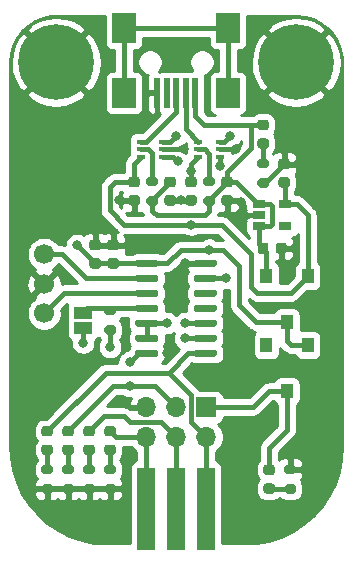
<source format=gbr>
%TF.GenerationSoftware,KiCad,Pcbnew,(5.1.10)-1*%
%TF.CreationDate,2021-09-08T15:10:06+01:00*%
%TF.ProjectId,Tiny-Pogo-AVR,54696e79-2d50-46f6-976f-2d4156522e6b,rev?*%
%TF.SameCoordinates,Original*%
%TF.FileFunction,Copper,L1,Top*%
%TF.FilePolarity,Positive*%
%FSLAX46Y46*%
G04 Gerber Fmt 4.6, Leading zero omitted, Abs format (unit mm)*
G04 Created by KiCad (PCBNEW (5.1.10)-1) date 2021-09-08 15:10:06*
%MOMM*%
%LPD*%
G01*
G04 APERTURE LIST*
%TA.AperFunction,ComponentPad*%
%ADD10C,0.800000*%
%TD*%
%TA.AperFunction,ComponentPad*%
%ADD11C,6.400000*%
%TD*%
%TA.AperFunction,SMDPad,CuDef*%
%ADD12R,0.500000X2.500000*%
%TD*%
%TA.AperFunction,SMDPad,CuDef*%
%ADD13R,2.000000X2.500000*%
%TD*%
%TA.AperFunction,ComponentPad*%
%ADD14C,1.700000*%
%TD*%
%TA.AperFunction,SMDPad,CuDef*%
%ADD15R,0.700000X0.400000*%
%TD*%
%TA.AperFunction,SMDPad,CuDef*%
%ADD16R,1.060000X0.650000*%
%TD*%
%TA.AperFunction,SMDPad,CuDef*%
%ADD17R,1.000000X1.300000*%
%TD*%
%TA.AperFunction,SMDPad,CuDef*%
%ADD18R,1.500000X1.000000*%
%TD*%
%TA.AperFunction,ComponentPad*%
%ADD19O,1.700000X1.700000*%
%TD*%
%TA.AperFunction,ComponentPad*%
%ADD20R,1.700000X1.700000*%
%TD*%
%TA.AperFunction,SMDPad,CuDef*%
%ADD21R,1.500000X7.000000*%
%TD*%
%TA.AperFunction,ViaPad*%
%ADD22C,0.800000*%
%TD*%
%TA.AperFunction,Conductor*%
%ADD23C,0.400000*%
%TD*%
%TA.AperFunction,Conductor*%
%ADD24C,0.254000*%
%TD*%
%TA.AperFunction,Conductor*%
%ADD25C,0.100000*%
%TD*%
G04 APERTURE END LIST*
%TO.P,R9,2*%
%TO.N,Net-(D6-Pad1)*%
%TA.AperFunction,SMDPad,CuDef*%
G36*
G01*
X133117000Y-98381000D02*
X132567000Y-98381000D01*
G75*
G02*
X132367000Y-98181000I0J200000D01*
G01*
X132367000Y-97781000D01*
G75*
G02*
X132567000Y-97581000I200000J0D01*
G01*
X133117000Y-97581000D01*
G75*
G02*
X133317000Y-97781000I0J-200000D01*
G01*
X133317000Y-98181000D01*
G75*
G02*
X133117000Y-98381000I-200000J0D01*
G01*
G37*
%TD.AperFunction*%
%TO.P,R9,1*%
%TO.N,GND*%
%TA.AperFunction,SMDPad,CuDef*%
G36*
G01*
X133117000Y-100031000D02*
X132567000Y-100031000D01*
G75*
G02*
X132367000Y-99831000I0J200000D01*
G01*
X132367000Y-99431000D01*
G75*
G02*
X132567000Y-99231000I200000J0D01*
G01*
X133117000Y-99231000D01*
G75*
G02*
X133317000Y-99431000I0J-200000D01*
G01*
X133317000Y-99831000D01*
G75*
G02*
X133117000Y-100031000I-200000J0D01*
G01*
G37*
%TD.AperFunction*%
%TD*%
%TO.P,R8,2*%
%TO.N,Net-(D5-Pad1)*%
%TA.AperFunction,SMDPad,CuDef*%
G36*
G01*
X131339000Y-98381000D02*
X130789000Y-98381000D01*
G75*
G02*
X130589000Y-98181000I0J200000D01*
G01*
X130589000Y-97781000D01*
G75*
G02*
X130789000Y-97581000I200000J0D01*
G01*
X131339000Y-97581000D01*
G75*
G02*
X131539000Y-97781000I0J-200000D01*
G01*
X131539000Y-98181000D01*
G75*
G02*
X131339000Y-98381000I-200000J0D01*
G01*
G37*
%TD.AperFunction*%
%TO.P,R8,1*%
%TO.N,GND*%
%TA.AperFunction,SMDPad,CuDef*%
G36*
G01*
X131339000Y-100031000D02*
X130789000Y-100031000D01*
G75*
G02*
X130589000Y-99831000I0J200000D01*
G01*
X130589000Y-99431000D01*
G75*
G02*
X130789000Y-99231000I200000J0D01*
G01*
X131339000Y-99231000D01*
G75*
G02*
X131539000Y-99431000I0J-200000D01*
G01*
X131539000Y-99831000D01*
G75*
G02*
X131339000Y-100031000I-200000J0D01*
G01*
G37*
%TD.AperFunction*%
%TD*%
%TO.P,R7,2*%
%TO.N,Net-(D4-Pad1)*%
%TA.AperFunction,SMDPad,CuDef*%
G36*
G01*
X129561000Y-98381000D02*
X129011000Y-98381000D01*
G75*
G02*
X128811000Y-98181000I0J200000D01*
G01*
X128811000Y-97781000D01*
G75*
G02*
X129011000Y-97581000I200000J0D01*
G01*
X129561000Y-97581000D01*
G75*
G02*
X129761000Y-97781000I0J-200000D01*
G01*
X129761000Y-98181000D01*
G75*
G02*
X129561000Y-98381000I-200000J0D01*
G01*
G37*
%TD.AperFunction*%
%TO.P,R7,1*%
%TO.N,GND*%
%TA.AperFunction,SMDPad,CuDef*%
G36*
G01*
X129561000Y-100031000D02*
X129011000Y-100031000D01*
G75*
G02*
X128811000Y-99831000I0J200000D01*
G01*
X128811000Y-99431000D01*
G75*
G02*
X129011000Y-99231000I200000J0D01*
G01*
X129561000Y-99231000D01*
G75*
G02*
X129761000Y-99431000I0J-200000D01*
G01*
X129761000Y-99831000D01*
G75*
G02*
X129561000Y-100031000I-200000J0D01*
G01*
G37*
%TD.AperFunction*%
%TD*%
%TO.P,R6,2*%
%TO.N,Net-(D3-Pad1)*%
%TA.AperFunction,SMDPad,CuDef*%
G36*
G01*
X127783000Y-98381000D02*
X127233000Y-98381000D01*
G75*
G02*
X127033000Y-98181000I0J200000D01*
G01*
X127033000Y-97781000D01*
G75*
G02*
X127233000Y-97581000I200000J0D01*
G01*
X127783000Y-97581000D01*
G75*
G02*
X127983000Y-97781000I0J-200000D01*
G01*
X127983000Y-98181000D01*
G75*
G02*
X127783000Y-98381000I-200000J0D01*
G01*
G37*
%TD.AperFunction*%
%TO.P,R6,1*%
%TO.N,GND*%
%TA.AperFunction,SMDPad,CuDef*%
G36*
G01*
X127783000Y-100031000D02*
X127233000Y-100031000D01*
G75*
G02*
X127033000Y-99831000I0J200000D01*
G01*
X127033000Y-99431000D01*
G75*
G02*
X127233000Y-99231000I200000J0D01*
G01*
X127783000Y-99231000D01*
G75*
G02*
X127983000Y-99431000I0J-200000D01*
G01*
X127983000Y-99831000D01*
G75*
G02*
X127783000Y-100031000I-200000J0D01*
G01*
G37*
%TD.AperFunction*%
%TD*%
%TO.P,D6,2*%
%TO.N,/RST*%
%TA.AperFunction,SMDPad,CuDef*%
G36*
G01*
X133098250Y-95179500D02*
X132585750Y-95179500D01*
G75*
G02*
X132367000Y-94960750I0J218750D01*
G01*
X132367000Y-94523250D01*
G75*
G02*
X132585750Y-94304500I218750J0D01*
G01*
X133098250Y-94304500D01*
G75*
G02*
X133317000Y-94523250I0J-218750D01*
G01*
X133317000Y-94960750D01*
G75*
G02*
X133098250Y-95179500I-218750J0D01*
G01*
G37*
%TD.AperFunction*%
%TO.P,D6,1*%
%TO.N,Net-(D6-Pad1)*%
%TA.AperFunction,SMDPad,CuDef*%
G36*
G01*
X133098250Y-96754500D02*
X132585750Y-96754500D01*
G75*
G02*
X132367000Y-96535750I0J218750D01*
G01*
X132367000Y-96098250D01*
G75*
G02*
X132585750Y-95879500I218750J0D01*
G01*
X133098250Y-95879500D01*
G75*
G02*
X133317000Y-96098250I0J-218750D01*
G01*
X133317000Y-96535750D01*
G75*
G02*
X133098250Y-96754500I-218750J0D01*
G01*
G37*
%TD.AperFunction*%
%TD*%
%TO.P,D5,2*%
%TO.N,/SCK*%
%TA.AperFunction,SMDPad,CuDef*%
G36*
G01*
X131320250Y-95179500D02*
X130807750Y-95179500D01*
G75*
G02*
X130589000Y-94960750I0J218750D01*
G01*
X130589000Y-94523250D01*
G75*
G02*
X130807750Y-94304500I218750J0D01*
G01*
X131320250Y-94304500D01*
G75*
G02*
X131539000Y-94523250I0J-218750D01*
G01*
X131539000Y-94960750D01*
G75*
G02*
X131320250Y-95179500I-218750J0D01*
G01*
G37*
%TD.AperFunction*%
%TO.P,D5,1*%
%TO.N,Net-(D5-Pad1)*%
%TA.AperFunction,SMDPad,CuDef*%
G36*
G01*
X131320250Y-96754500D02*
X130807750Y-96754500D01*
G75*
G02*
X130589000Y-96535750I0J218750D01*
G01*
X130589000Y-96098250D01*
G75*
G02*
X130807750Y-95879500I218750J0D01*
G01*
X131320250Y-95879500D01*
G75*
G02*
X131539000Y-96098250I0J-218750D01*
G01*
X131539000Y-96535750D01*
G75*
G02*
X131320250Y-96754500I-218750J0D01*
G01*
G37*
%TD.AperFunction*%
%TD*%
%TO.P,D4,2*%
%TO.N,/MOSI*%
%TA.AperFunction,SMDPad,CuDef*%
G36*
G01*
X129542250Y-95179500D02*
X129029750Y-95179500D01*
G75*
G02*
X128811000Y-94960750I0J218750D01*
G01*
X128811000Y-94523250D01*
G75*
G02*
X129029750Y-94304500I218750J0D01*
G01*
X129542250Y-94304500D01*
G75*
G02*
X129761000Y-94523250I0J-218750D01*
G01*
X129761000Y-94960750D01*
G75*
G02*
X129542250Y-95179500I-218750J0D01*
G01*
G37*
%TD.AperFunction*%
%TO.P,D4,1*%
%TO.N,Net-(D4-Pad1)*%
%TA.AperFunction,SMDPad,CuDef*%
G36*
G01*
X129542250Y-96754500D02*
X129029750Y-96754500D01*
G75*
G02*
X128811000Y-96535750I0J218750D01*
G01*
X128811000Y-96098250D01*
G75*
G02*
X129029750Y-95879500I218750J0D01*
G01*
X129542250Y-95879500D01*
G75*
G02*
X129761000Y-96098250I0J-218750D01*
G01*
X129761000Y-96535750D01*
G75*
G02*
X129542250Y-96754500I-218750J0D01*
G01*
G37*
%TD.AperFunction*%
%TD*%
%TO.P,D3,2*%
%TO.N,/MISO*%
%TA.AperFunction,SMDPad,CuDef*%
G36*
G01*
X127764250Y-95179500D02*
X127251750Y-95179500D01*
G75*
G02*
X127033000Y-94960750I0J218750D01*
G01*
X127033000Y-94523250D01*
G75*
G02*
X127251750Y-94304500I218750J0D01*
G01*
X127764250Y-94304500D01*
G75*
G02*
X127983000Y-94523250I0J-218750D01*
G01*
X127983000Y-94960750D01*
G75*
G02*
X127764250Y-95179500I-218750J0D01*
G01*
G37*
%TD.AperFunction*%
%TO.P,D3,1*%
%TO.N,Net-(D3-Pad1)*%
%TA.AperFunction,SMDPad,CuDef*%
G36*
G01*
X127764250Y-96754500D02*
X127251750Y-96754500D01*
G75*
G02*
X127033000Y-96535750I0J218750D01*
G01*
X127033000Y-96098250D01*
G75*
G02*
X127251750Y-95879500I218750J0D01*
G01*
X127764250Y-95879500D01*
G75*
G02*
X127983000Y-96098250I0J-218750D01*
G01*
X127983000Y-96535750D01*
G75*
G02*
X127764250Y-96754500I-218750J0D01*
G01*
G37*
%TD.AperFunction*%
%TD*%
D10*
%TO.P,H2,1*%
%TO.N,GND*%
X150287056Y-61802944D03*
X148590000Y-61100000D03*
X146892944Y-61802944D03*
X146190000Y-63500000D03*
X146892944Y-65197056D03*
X148590000Y-65900000D03*
X150287056Y-65197056D03*
X150990000Y-63500000D03*
D11*
X148590000Y-63500000D03*
%TD*%
D10*
%TO.P,H1,1*%
%TO.N,GND*%
X129967056Y-61802944D03*
X128270000Y-61100000D03*
X126572944Y-61802944D03*
X125870000Y-63500000D03*
X126572944Y-65197056D03*
X128270000Y-65900000D03*
X129967056Y-65197056D03*
X130670000Y-63500000D03*
D11*
X128270000Y-63500000D03*
%TD*%
D12*
%TO.P,J2,5*%
%TO.N,GND*%
X136830000Y-66100000D03*
%TO.P,J2,4*%
%TO.N,Net-(J2-Pad4)*%
X137630000Y-66100000D03*
%TO.P,J2,3*%
%TO.N,Net-(J2-Pad3)*%
X138430000Y-66100000D03*
%TO.P,J2,2*%
%TO.N,Net-(J2-Pad2)*%
X139230000Y-66100000D03*
%TO.P,J2,1*%
%TO.N,VBUS*%
X140030000Y-66100000D03*
D13*
%TO.P,J2,6*%
%TO.N,Net-(J2-Pad6)*%
X134030000Y-66100000D03*
X142830000Y-66100000D03*
X134030000Y-60600000D03*
X142830000Y-60600000D03*
%TD*%
D14*
%TO.P,Y1,3*%
%TO.N,/XTAL2*%
X127254000Y-84756000D03*
%TO.P,Y1,2*%
%TO.N,GND*%
X127254000Y-82256000D03*
%TO.P,Y1,1*%
%TO.N,/XTAL1*%
X127254000Y-79756000D03*
%TD*%
D15*
%TO.P,U4,5*%
%TO.N,Net-(R3-Pad2)*%
X140274000Y-70866000D03*
%TO.P,U4,6*%
%TO.N,+3V3*%
X140274000Y-71516000D03*
%TO.P,U4,4*%
%TO.N,Net-(J2-Pad2)*%
X140274000Y-70216000D03*
%TO.P,U4,3*%
%TO.N,/D-*%
X142174000Y-70216000D03*
%TO.P,U4,2*%
%TO.N,GND*%
X142174000Y-70866000D03*
%TO.P,U4,1*%
%TO.N,VCC*%
X142174000Y-71516000D03*
%TD*%
%TO.P,U3,5*%
%TO.N,Net-(R2-Pad2)*%
X135448000Y-70866000D03*
%TO.P,U3,6*%
%TO.N,+3V3*%
X135448000Y-71516000D03*
%TO.P,U3,4*%
%TO.N,Net-(J2-Pad3)*%
X135448000Y-70216000D03*
%TO.P,U3,3*%
%TO.N,/D+*%
X137348000Y-70216000D03*
%TO.P,U3,2*%
%TO.N,GND*%
X137348000Y-70866000D03*
%TO.P,U3,1*%
%TO.N,VCC*%
X137348000Y-71516000D03*
%TD*%
D16*
%TO.P,U2,5*%
%TO.N,+3V3*%
X147658000Y-75504000D03*
%TO.P,U2,4*%
%TO.N,Net-(U2-Pad4)*%
X147658000Y-77404000D03*
%TO.P,U2,3*%
%TO.N,VBUS*%
X145458000Y-77404000D03*
%TO.P,U2,2*%
%TO.N,GND*%
X145458000Y-76454000D03*
%TO.P,U2,1*%
%TO.N,VBUS*%
X145458000Y-75504000D03*
%TD*%
%TO.P,U1,14*%
%TO.N,GND*%
%TA.AperFunction,SMDPad,CuDef*%
G36*
G01*
X139930000Y-80668000D02*
X139930000Y-80368000D01*
G75*
G02*
X140080000Y-80218000I150000J0D01*
G01*
X141730000Y-80218000D01*
G75*
G02*
X141880000Y-80368000I0J-150000D01*
G01*
X141880000Y-80668000D01*
G75*
G02*
X141730000Y-80818000I-150000J0D01*
G01*
X140080000Y-80818000D01*
G75*
G02*
X139930000Y-80668000I0J150000D01*
G01*
G37*
%TD.AperFunction*%
%TO.P,U1,13*%
%TO.N,/D-*%
%TA.AperFunction,SMDPad,CuDef*%
G36*
G01*
X139930000Y-81938000D02*
X139930000Y-81638000D01*
G75*
G02*
X140080000Y-81488000I150000J0D01*
G01*
X141730000Y-81488000D01*
G75*
G02*
X141880000Y-81638000I0J-150000D01*
G01*
X141880000Y-81938000D01*
G75*
G02*
X141730000Y-82088000I-150000J0D01*
G01*
X140080000Y-82088000D01*
G75*
G02*
X139930000Y-81938000I0J150000D01*
G01*
G37*
%TD.AperFunction*%
%TO.P,U1,12*%
%TO.N,Net-(U1-Pad12)*%
%TA.AperFunction,SMDPad,CuDef*%
G36*
G01*
X139930000Y-83208000D02*
X139930000Y-82908000D01*
G75*
G02*
X140080000Y-82758000I150000J0D01*
G01*
X141730000Y-82758000D01*
G75*
G02*
X141880000Y-82908000I0J-150000D01*
G01*
X141880000Y-83208000D01*
G75*
G02*
X141730000Y-83358000I-150000J0D01*
G01*
X140080000Y-83358000D01*
G75*
G02*
X139930000Y-83208000I0J150000D01*
G01*
G37*
%TD.AperFunction*%
%TO.P,U1,11*%
%TO.N,Net-(U1-Pad11)*%
%TA.AperFunction,SMDPad,CuDef*%
G36*
G01*
X139930000Y-84478000D02*
X139930000Y-84178000D01*
G75*
G02*
X140080000Y-84028000I150000J0D01*
G01*
X141730000Y-84028000D01*
G75*
G02*
X141880000Y-84178000I0J-150000D01*
G01*
X141880000Y-84478000D01*
G75*
G02*
X141730000Y-84628000I-150000J0D01*
G01*
X140080000Y-84628000D01*
G75*
G02*
X139930000Y-84478000I0J150000D01*
G01*
G37*
%TD.AperFunction*%
%TO.P,U1,10*%
%TO.N,/RST*%
%TA.AperFunction,SMDPad,CuDef*%
G36*
G01*
X139930000Y-85748000D02*
X139930000Y-85448000D01*
G75*
G02*
X140080000Y-85298000I150000J0D01*
G01*
X141730000Y-85298000D01*
G75*
G02*
X141880000Y-85448000I0J-150000D01*
G01*
X141880000Y-85748000D01*
G75*
G02*
X141730000Y-85898000I-150000J0D01*
G01*
X140080000Y-85898000D01*
G75*
G02*
X139930000Y-85748000I0J150000D01*
G01*
G37*
%TD.AperFunction*%
%TO.P,U1,9*%
%TO.N,/SCK*%
%TA.AperFunction,SMDPad,CuDef*%
G36*
G01*
X139930000Y-87018000D02*
X139930000Y-86718000D01*
G75*
G02*
X140080000Y-86568000I150000J0D01*
G01*
X141730000Y-86568000D01*
G75*
G02*
X141880000Y-86718000I0J-150000D01*
G01*
X141880000Y-87018000D01*
G75*
G02*
X141730000Y-87168000I-150000J0D01*
G01*
X140080000Y-87168000D01*
G75*
G02*
X139930000Y-87018000I0J150000D01*
G01*
G37*
%TD.AperFunction*%
%TO.P,U1,8*%
%TO.N,/MISO*%
%TA.AperFunction,SMDPad,CuDef*%
G36*
G01*
X139930000Y-88288000D02*
X139930000Y-87988000D01*
G75*
G02*
X140080000Y-87838000I150000J0D01*
G01*
X141730000Y-87838000D01*
G75*
G02*
X141880000Y-87988000I0J-150000D01*
G01*
X141880000Y-88288000D01*
G75*
G02*
X141730000Y-88438000I-150000J0D01*
G01*
X140080000Y-88438000D01*
G75*
G02*
X139930000Y-88288000I0J150000D01*
G01*
G37*
%TD.AperFunction*%
%TO.P,U1,7*%
%TO.N,/MOSI*%
%TA.AperFunction,SMDPad,CuDef*%
G36*
G01*
X134980000Y-88288000D02*
X134980000Y-87988000D01*
G75*
G02*
X135130000Y-87838000I150000J0D01*
G01*
X136780000Y-87838000D01*
G75*
G02*
X136930000Y-87988000I0J-150000D01*
G01*
X136930000Y-88288000D01*
G75*
G02*
X136780000Y-88438000I-150000J0D01*
G01*
X135130000Y-88438000D01*
G75*
G02*
X134980000Y-88288000I0J150000D01*
G01*
G37*
%TD.AperFunction*%
%TO.P,U1,6*%
%TO.N,/D+*%
%TA.AperFunction,SMDPad,CuDef*%
G36*
G01*
X134980000Y-87018000D02*
X134980000Y-86718000D01*
G75*
G02*
X135130000Y-86568000I150000J0D01*
G01*
X136780000Y-86568000D01*
G75*
G02*
X136930000Y-86718000I0J-150000D01*
G01*
X136930000Y-87018000D01*
G75*
G02*
X136780000Y-87168000I-150000J0D01*
G01*
X135130000Y-87168000D01*
G75*
G02*
X134980000Y-87018000I0J150000D01*
G01*
G37*
%TD.AperFunction*%
%TO.P,U1,5*%
%TA.AperFunction,SMDPad,CuDef*%
G36*
G01*
X134980000Y-85748000D02*
X134980000Y-85448000D01*
G75*
G02*
X135130000Y-85298000I150000J0D01*
G01*
X136780000Y-85298000D01*
G75*
G02*
X136930000Y-85448000I0J-150000D01*
G01*
X136930000Y-85748000D01*
G75*
G02*
X136780000Y-85898000I-150000J0D01*
G01*
X135130000Y-85898000D01*
G75*
G02*
X134980000Y-85748000I0J150000D01*
G01*
G37*
%TD.AperFunction*%
%TO.P,U1,4*%
%TO.N,Net-(JP1-Pad1)*%
%TA.AperFunction,SMDPad,CuDef*%
G36*
G01*
X134980000Y-84478000D02*
X134980000Y-84178000D01*
G75*
G02*
X135130000Y-84028000I150000J0D01*
G01*
X136780000Y-84028000D01*
G75*
G02*
X136930000Y-84178000I0J-150000D01*
G01*
X136930000Y-84478000D01*
G75*
G02*
X136780000Y-84628000I-150000J0D01*
G01*
X135130000Y-84628000D01*
G75*
G02*
X134980000Y-84478000I0J150000D01*
G01*
G37*
%TD.AperFunction*%
%TO.P,U1,3*%
%TO.N,/XTAL2*%
%TA.AperFunction,SMDPad,CuDef*%
G36*
G01*
X134980000Y-83208000D02*
X134980000Y-82908000D01*
G75*
G02*
X135130000Y-82758000I150000J0D01*
G01*
X136780000Y-82758000D01*
G75*
G02*
X136930000Y-82908000I0J-150000D01*
G01*
X136930000Y-83208000D01*
G75*
G02*
X136780000Y-83358000I-150000J0D01*
G01*
X135130000Y-83358000D01*
G75*
G02*
X134980000Y-83208000I0J150000D01*
G01*
G37*
%TD.AperFunction*%
%TO.P,U1,2*%
%TO.N,/XTAL1*%
%TA.AperFunction,SMDPad,CuDef*%
G36*
G01*
X134980000Y-81938000D02*
X134980000Y-81638000D01*
G75*
G02*
X135130000Y-81488000I150000J0D01*
G01*
X136780000Y-81488000D01*
G75*
G02*
X136930000Y-81638000I0J-150000D01*
G01*
X136930000Y-81938000D01*
G75*
G02*
X136780000Y-82088000I-150000J0D01*
G01*
X135130000Y-82088000D01*
G75*
G02*
X134980000Y-81938000I0J150000D01*
G01*
G37*
%TD.AperFunction*%
%TO.P,U1,1*%
%TO.N,VCC*%
%TA.AperFunction,SMDPad,CuDef*%
G36*
G01*
X134980000Y-80668000D02*
X134980000Y-80368000D01*
G75*
G02*
X135130000Y-80218000I150000J0D01*
G01*
X136780000Y-80218000D01*
G75*
G02*
X136930000Y-80368000I0J-150000D01*
G01*
X136930000Y-80668000D01*
G75*
G02*
X136780000Y-80818000I-150000J0D01*
G01*
X135130000Y-80818000D01*
G75*
G02*
X134980000Y-80668000I0J150000D01*
G01*
G37*
%TD.AperFunction*%
%TD*%
D17*
%TO.P,SW2,2*%
%TO.N,VCC*%
X147828000Y-85516000D03*
%TO.P,SW2,3*%
%TO.N,VBUS*%
X146078000Y-81616000D03*
%TO.P,SW2,1*%
%TO.N,+3V3*%
X149578000Y-81616000D03*
%TD*%
%TO.P,SW1,2*%
%TO.N,/TARGET_VCC*%
X147828000Y-91358000D03*
%TO.P,SW1,3*%
%TO.N,Net-(SW1-Pad3)*%
X146078000Y-87458000D03*
%TO.P,SW1,1*%
%TO.N,VCC*%
X149578000Y-87458000D03*
%TD*%
%TO.P,R5,2*%
%TO.N,GND*%
%TA.AperFunction,SMDPad,CuDef*%
G36*
G01*
X148357000Y-98381000D02*
X147807000Y-98381000D01*
G75*
G02*
X147607000Y-98181000I0J200000D01*
G01*
X147607000Y-97781000D01*
G75*
G02*
X147807000Y-97581000I200000J0D01*
G01*
X148357000Y-97581000D01*
G75*
G02*
X148557000Y-97781000I0J-200000D01*
G01*
X148557000Y-98181000D01*
G75*
G02*
X148357000Y-98381000I-200000J0D01*
G01*
G37*
%TD.AperFunction*%
%TO.P,R5,1*%
%TO.N,Net-(D2-Pad1)*%
%TA.AperFunction,SMDPad,CuDef*%
G36*
G01*
X148357000Y-100031000D02*
X147807000Y-100031000D01*
G75*
G02*
X147607000Y-99831000I0J200000D01*
G01*
X147607000Y-99431000D01*
G75*
G02*
X147807000Y-99231000I200000J0D01*
G01*
X148357000Y-99231000D01*
G75*
G02*
X148557000Y-99431000I0J-200000D01*
G01*
X148557000Y-99831000D01*
G75*
G02*
X148357000Y-100031000I-200000J0D01*
G01*
G37*
%TD.AperFunction*%
%TD*%
%TO.P,R4,2*%
%TO.N,GND*%
%TA.AperFunction,SMDPad,CuDef*%
G36*
G01*
X145521000Y-73323000D02*
X146071000Y-73323000D01*
G75*
G02*
X146271000Y-73523000I0J-200000D01*
G01*
X146271000Y-73923000D01*
G75*
G02*
X146071000Y-74123000I-200000J0D01*
G01*
X145521000Y-74123000D01*
G75*
G02*
X145321000Y-73923000I0J200000D01*
G01*
X145321000Y-73523000D01*
G75*
G02*
X145521000Y-73323000I200000J0D01*
G01*
G37*
%TD.AperFunction*%
%TO.P,R4,1*%
%TO.N,Net-(D1-Pad1)*%
%TA.AperFunction,SMDPad,CuDef*%
G36*
G01*
X145521000Y-71673000D02*
X146071000Y-71673000D01*
G75*
G02*
X146271000Y-71873000I0J-200000D01*
G01*
X146271000Y-72273000D01*
G75*
G02*
X146071000Y-72473000I-200000J0D01*
G01*
X145521000Y-72473000D01*
G75*
G02*
X145321000Y-72273000I0J200000D01*
G01*
X145321000Y-71873000D01*
G75*
G02*
X145521000Y-71673000I200000J0D01*
G01*
G37*
%TD.AperFunction*%
%TD*%
%TO.P,R3,2*%
%TO.N,Net-(R3-Pad2)*%
%TA.AperFunction,SMDPad,CuDef*%
G36*
G01*
X141499000Y-73997000D02*
X140949000Y-73997000D01*
G75*
G02*
X140749000Y-73797000I0J200000D01*
G01*
X140749000Y-73397000D01*
G75*
G02*
X140949000Y-73197000I200000J0D01*
G01*
X141499000Y-73197000D01*
G75*
G02*
X141699000Y-73397000I0J-200000D01*
G01*
X141699000Y-73797000D01*
G75*
G02*
X141499000Y-73997000I-200000J0D01*
G01*
G37*
%TD.AperFunction*%
%TO.P,R3,1*%
%TO.N,VBUS*%
%TA.AperFunction,SMDPad,CuDef*%
G36*
G01*
X141499000Y-75647000D02*
X140949000Y-75647000D01*
G75*
G02*
X140749000Y-75447000I0J200000D01*
G01*
X140749000Y-75047000D01*
G75*
G02*
X140949000Y-74847000I200000J0D01*
G01*
X141499000Y-74847000D01*
G75*
G02*
X141699000Y-75047000I0J-200000D01*
G01*
X141699000Y-75447000D01*
G75*
G02*
X141499000Y-75647000I-200000J0D01*
G01*
G37*
%TD.AperFunction*%
%TD*%
%TO.P,R2,2*%
%TO.N,Net-(R2-Pad2)*%
%TA.AperFunction,SMDPad,CuDef*%
G36*
G01*
X136673000Y-73997000D02*
X136123000Y-73997000D01*
G75*
G02*
X135923000Y-73797000I0J200000D01*
G01*
X135923000Y-73397000D01*
G75*
G02*
X136123000Y-73197000I200000J0D01*
G01*
X136673000Y-73197000D01*
G75*
G02*
X136873000Y-73397000I0J-200000D01*
G01*
X136873000Y-73797000D01*
G75*
G02*
X136673000Y-73997000I-200000J0D01*
G01*
G37*
%TD.AperFunction*%
%TO.P,R2,1*%
%TO.N,VBUS*%
%TA.AperFunction,SMDPad,CuDef*%
G36*
G01*
X136673000Y-75647000D02*
X136123000Y-75647000D01*
G75*
G02*
X135923000Y-75447000I0J200000D01*
G01*
X135923000Y-75047000D01*
G75*
G02*
X136123000Y-74847000I200000J0D01*
G01*
X136673000Y-74847000D01*
G75*
G02*
X136873000Y-75047000I0J-200000D01*
G01*
X136873000Y-75447000D01*
G75*
G02*
X136673000Y-75647000I-200000J0D01*
G01*
G37*
%TD.AperFunction*%
%TD*%
%TO.P,R1,2*%
%TO.N,Net-(JP1-Pad1)*%
%TA.AperFunction,SMDPad,CuDef*%
G36*
G01*
X133117000Y-84919000D02*
X132567000Y-84919000D01*
G75*
G02*
X132367000Y-84719000I0J200000D01*
G01*
X132367000Y-84319000D01*
G75*
G02*
X132567000Y-84119000I200000J0D01*
G01*
X133117000Y-84119000D01*
G75*
G02*
X133317000Y-84319000I0J-200000D01*
G01*
X133317000Y-84719000D01*
G75*
G02*
X133117000Y-84919000I-200000J0D01*
G01*
G37*
%TD.AperFunction*%
%TO.P,R1,1*%
%TO.N,VCC*%
%TA.AperFunction,SMDPad,CuDef*%
G36*
G01*
X133117000Y-86569000D02*
X132567000Y-86569000D01*
G75*
G02*
X132367000Y-86369000I0J200000D01*
G01*
X132367000Y-85969000D01*
G75*
G02*
X132567000Y-85769000I200000J0D01*
G01*
X133117000Y-85769000D01*
G75*
G02*
X133317000Y-85969000I0J-200000D01*
G01*
X133317000Y-86369000D01*
G75*
G02*
X133117000Y-86569000I-200000J0D01*
G01*
G37*
%TD.AperFunction*%
%TD*%
D18*
%TO.P,JP1,1*%
%TO.N,Net-(JP1-Pad1)*%
X130556000Y-84694000D03*
%TO.P,JP1,2*%
%TO.N,/RST*%
X130556000Y-85994000D03*
%TD*%
D19*
%TO.P,J3,6*%
%TO.N,/RST*%
X135890000Y-95250000D03*
%TO.P,J3,5*%
%TO.N,GND*%
X135890000Y-92710000D03*
%TO.P,J3,4*%
%TO.N,/SCK*%
X138430000Y-95250000D03*
%TO.P,J3,3*%
%TO.N,/MOSI*%
X138430000Y-92710000D03*
%TO.P,J3,2*%
%TO.N,/MISO*%
X140970000Y-95250000D03*
D20*
%TO.P,J3,1*%
%TO.N,/TARGET_VCC*%
X140970000Y-92710000D03*
%TD*%
D21*
%TO.P,J1,2*%
%TO.N,/MISO*%
X140970000Y-101346000D03*
%TO.P,J1,4*%
%TO.N,/SCK*%
X138430000Y-101346000D03*
%TO.P,J1,6*%
%TO.N,/RST*%
X135890000Y-101346000D03*
%TD*%
%TO.P,D2,2*%
%TO.N,/TARGET_VCC*%
%TA.AperFunction,SMDPad,CuDef*%
G36*
G01*
X146560250Y-98456000D02*
X146047750Y-98456000D01*
G75*
G02*
X145829000Y-98237250I0J218750D01*
G01*
X145829000Y-97799750D01*
G75*
G02*
X146047750Y-97581000I218750J0D01*
G01*
X146560250Y-97581000D01*
G75*
G02*
X146779000Y-97799750I0J-218750D01*
G01*
X146779000Y-98237250D01*
G75*
G02*
X146560250Y-98456000I-218750J0D01*
G01*
G37*
%TD.AperFunction*%
%TO.P,D2,1*%
%TO.N,Net-(D2-Pad1)*%
%TA.AperFunction,SMDPad,CuDef*%
G36*
G01*
X146560250Y-100031000D02*
X146047750Y-100031000D01*
G75*
G02*
X145829000Y-99812250I0J218750D01*
G01*
X145829000Y-99374750D01*
G75*
G02*
X146047750Y-99156000I218750J0D01*
G01*
X146560250Y-99156000D01*
G75*
G02*
X146779000Y-99374750I0J-218750D01*
G01*
X146779000Y-99812250D01*
G75*
G02*
X146560250Y-100031000I-218750J0D01*
G01*
G37*
%TD.AperFunction*%
%TD*%
%TO.P,D1,2*%
%TO.N,VBUS*%
%TA.AperFunction,SMDPad,CuDef*%
G36*
G01*
X146052250Y-69246000D02*
X145539750Y-69246000D01*
G75*
G02*
X145321000Y-69027250I0J218750D01*
G01*
X145321000Y-68589750D01*
G75*
G02*
X145539750Y-68371000I218750J0D01*
G01*
X146052250Y-68371000D01*
G75*
G02*
X146271000Y-68589750I0J-218750D01*
G01*
X146271000Y-69027250D01*
G75*
G02*
X146052250Y-69246000I-218750J0D01*
G01*
G37*
%TD.AperFunction*%
%TO.P,D1,1*%
%TO.N,Net-(D1-Pad1)*%
%TA.AperFunction,SMDPad,CuDef*%
G36*
G01*
X146052250Y-70821000D02*
X145539750Y-70821000D01*
G75*
G02*
X145321000Y-70602250I0J218750D01*
G01*
X145321000Y-70164750D01*
G75*
G02*
X145539750Y-69946000I218750J0D01*
G01*
X146052250Y-69946000D01*
G75*
G02*
X146271000Y-70164750I0J-218750D01*
G01*
X146271000Y-70602250D01*
G75*
G02*
X146052250Y-70821000I-218750J0D01*
G01*
G37*
%TD.AperFunction*%
%TD*%
%TO.P,C8,2*%
%TO.N,GND*%
%TA.AperFunction,SMDPad,CuDef*%
G36*
G01*
X139450000Y-74734000D02*
X139950000Y-74734000D01*
G75*
G02*
X140175000Y-74959000I0J-225000D01*
G01*
X140175000Y-75409000D01*
G75*
G02*
X139950000Y-75634000I-225000J0D01*
G01*
X139450000Y-75634000D01*
G75*
G02*
X139225000Y-75409000I0J225000D01*
G01*
X139225000Y-74959000D01*
G75*
G02*
X139450000Y-74734000I225000J0D01*
G01*
G37*
%TD.AperFunction*%
%TO.P,C8,1*%
%TO.N,+3V3*%
%TA.AperFunction,SMDPad,CuDef*%
G36*
G01*
X139450000Y-73184000D02*
X139950000Y-73184000D01*
G75*
G02*
X140175000Y-73409000I0J-225000D01*
G01*
X140175000Y-73859000D01*
G75*
G02*
X139950000Y-74084000I-225000J0D01*
G01*
X139450000Y-74084000D01*
G75*
G02*
X139225000Y-73859000I0J225000D01*
G01*
X139225000Y-73409000D01*
G75*
G02*
X139450000Y-73184000I225000J0D01*
G01*
G37*
%TD.AperFunction*%
%TD*%
%TO.P,C7,2*%
%TO.N,GND*%
%TA.AperFunction,SMDPad,CuDef*%
G36*
G01*
X134624000Y-74747000D02*
X135124000Y-74747000D01*
G75*
G02*
X135349000Y-74972000I0J-225000D01*
G01*
X135349000Y-75422000D01*
G75*
G02*
X135124000Y-75647000I-225000J0D01*
G01*
X134624000Y-75647000D01*
G75*
G02*
X134399000Y-75422000I0J225000D01*
G01*
X134399000Y-74972000D01*
G75*
G02*
X134624000Y-74747000I225000J0D01*
G01*
G37*
%TD.AperFunction*%
%TO.P,C7,1*%
%TO.N,+3V3*%
%TA.AperFunction,SMDPad,CuDef*%
G36*
G01*
X134624000Y-73197000D02*
X135124000Y-73197000D01*
G75*
G02*
X135349000Y-73422000I0J-225000D01*
G01*
X135349000Y-73872000D01*
G75*
G02*
X135124000Y-74097000I-225000J0D01*
G01*
X134624000Y-74097000D01*
G75*
G02*
X134399000Y-73872000I0J225000D01*
G01*
X134399000Y-73422000D01*
G75*
G02*
X134624000Y-73197000I225000J0D01*
G01*
G37*
%TD.AperFunction*%
%TD*%
%TO.P,C6,2*%
%TO.N,GND*%
%TA.AperFunction,SMDPad,CuDef*%
G36*
G01*
X142498000Y-74747000D02*
X142998000Y-74747000D01*
G75*
G02*
X143223000Y-74972000I0J-225000D01*
G01*
X143223000Y-75422000D01*
G75*
G02*
X142998000Y-75647000I-225000J0D01*
G01*
X142498000Y-75647000D01*
G75*
G02*
X142273000Y-75422000I0J225000D01*
G01*
X142273000Y-74972000D01*
G75*
G02*
X142498000Y-74747000I225000J0D01*
G01*
G37*
%TD.AperFunction*%
%TO.P,C6,1*%
%TO.N,VBUS*%
%TA.AperFunction,SMDPad,CuDef*%
G36*
G01*
X142498000Y-73197000D02*
X142998000Y-73197000D01*
G75*
G02*
X143223000Y-73422000I0J-225000D01*
G01*
X143223000Y-73872000D01*
G75*
G02*
X142998000Y-74097000I-225000J0D01*
G01*
X142498000Y-74097000D01*
G75*
G02*
X142273000Y-73872000I0J225000D01*
G01*
X142273000Y-73422000D01*
G75*
G02*
X142498000Y-73197000I225000J0D01*
G01*
G37*
%TD.AperFunction*%
%TD*%
%TO.P,C5,2*%
%TO.N,GND*%
%TA.AperFunction,SMDPad,CuDef*%
G36*
G01*
X137672000Y-74747000D02*
X138172000Y-74747000D01*
G75*
G02*
X138397000Y-74972000I0J-225000D01*
G01*
X138397000Y-75422000D01*
G75*
G02*
X138172000Y-75647000I-225000J0D01*
G01*
X137672000Y-75647000D01*
G75*
G02*
X137447000Y-75422000I0J225000D01*
G01*
X137447000Y-74972000D01*
G75*
G02*
X137672000Y-74747000I225000J0D01*
G01*
G37*
%TD.AperFunction*%
%TO.P,C5,1*%
%TO.N,VBUS*%
%TA.AperFunction,SMDPad,CuDef*%
G36*
G01*
X137672000Y-73197000D02*
X138172000Y-73197000D01*
G75*
G02*
X138397000Y-73422000I0J-225000D01*
G01*
X138397000Y-73872000D01*
G75*
G02*
X138172000Y-74097000I-225000J0D01*
G01*
X137672000Y-74097000D01*
G75*
G02*
X137447000Y-73872000I0J225000D01*
G01*
X137447000Y-73422000D01*
G75*
G02*
X137672000Y-73197000I225000J0D01*
G01*
G37*
%TD.AperFunction*%
%TD*%
%TO.P,C4,2*%
%TO.N,GND*%
%TA.AperFunction,SMDPad,CuDef*%
G36*
G01*
X147824000Y-72573000D02*
X147324000Y-72573000D01*
G75*
G02*
X147099000Y-72348000I0J225000D01*
G01*
X147099000Y-71898000D01*
G75*
G02*
X147324000Y-71673000I225000J0D01*
G01*
X147824000Y-71673000D01*
G75*
G02*
X148049000Y-71898000I0J-225000D01*
G01*
X148049000Y-72348000D01*
G75*
G02*
X147824000Y-72573000I-225000J0D01*
G01*
G37*
%TD.AperFunction*%
%TO.P,C4,1*%
%TO.N,+3V3*%
%TA.AperFunction,SMDPad,CuDef*%
G36*
G01*
X147824000Y-74123000D02*
X147324000Y-74123000D01*
G75*
G02*
X147099000Y-73898000I0J225000D01*
G01*
X147099000Y-73448000D01*
G75*
G02*
X147324000Y-73223000I225000J0D01*
G01*
X147824000Y-73223000D01*
G75*
G02*
X148049000Y-73448000I0J-225000D01*
G01*
X148049000Y-73898000D01*
G75*
G02*
X147824000Y-74123000I-225000J0D01*
G01*
G37*
%TD.AperFunction*%
%TD*%
%TO.P,C3,2*%
%TO.N,GND*%
%TA.AperFunction,SMDPad,CuDef*%
G36*
G01*
X146883000Y-79498000D02*
X146883000Y-78998000D01*
G75*
G02*
X147108000Y-78773000I225000J0D01*
G01*
X147558000Y-78773000D01*
G75*
G02*
X147783000Y-78998000I0J-225000D01*
G01*
X147783000Y-79498000D01*
G75*
G02*
X147558000Y-79723000I-225000J0D01*
G01*
X147108000Y-79723000D01*
G75*
G02*
X146883000Y-79498000I0J225000D01*
G01*
G37*
%TD.AperFunction*%
%TO.P,C3,1*%
%TO.N,VBUS*%
%TA.AperFunction,SMDPad,CuDef*%
G36*
G01*
X145333000Y-79498000D02*
X145333000Y-78998000D01*
G75*
G02*
X145558000Y-78773000I225000J0D01*
G01*
X146008000Y-78773000D01*
G75*
G02*
X146233000Y-78998000I0J-225000D01*
G01*
X146233000Y-79498000D01*
G75*
G02*
X146008000Y-79723000I-225000J0D01*
G01*
X145558000Y-79723000D01*
G75*
G02*
X145333000Y-79498000I0J225000D01*
G01*
G37*
%TD.AperFunction*%
%TD*%
%TO.P,C2,2*%
%TO.N,GND*%
%TA.AperFunction,SMDPad,CuDef*%
G36*
G01*
X133346000Y-79431000D02*
X132846000Y-79431000D01*
G75*
G02*
X132621000Y-79206000I0J225000D01*
G01*
X132621000Y-78756000D01*
G75*
G02*
X132846000Y-78531000I225000J0D01*
G01*
X133346000Y-78531000D01*
G75*
G02*
X133571000Y-78756000I0J-225000D01*
G01*
X133571000Y-79206000D01*
G75*
G02*
X133346000Y-79431000I-225000J0D01*
G01*
G37*
%TD.AperFunction*%
%TO.P,C2,1*%
%TO.N,VCC*%
%TA.AperFunction,SMDPad,CuDef*%
G36*
G01*
X133346000Y-80981000D02*
X132846000Y-80981000D01*
G75*
G02*
X132621000Y-80756000I0J225000D01*
G01*
X132621000Y-80306000D01*
G75*
G02*
X132846000Y-80081000I225000J0D01*
G01*
X133346000Y-80081000D01*
G75*
G02*
X133571000Y-80306000I0J-225000D01*
G01*
X133571000Y-80756000D01*
G75*
G02*
X133346000Y-80981000I-225000J0D01*
G01*
G37*
%TD.AperFunction*%
%TD*%
%TO.P,C1,2*%
%TO.N,GND*%
%TA.AperFunction,SMDPad,CuDef*%
G36*
G01*
X131822000Y-79431000D02*
X131322000Y-79431000D01*
G75*
G02*
X131097000Y-79206000I0J225000D01*
G01*
X131097000Y-78756000D01*
G75*
G02*
X131322000Y-78531000I225000J0D01*
G01*
X131822000Y-78531000D01*
G75*
G02*
X132047000Y-78756000I0J-225000D01*
G01*
X132047000Y-79206000D01*
G75*
G02*
X131822000Y-79431000I-225000J0D01*
G01*
G37*
%TD.AperFunction*%
%TO.P,C1,1*%
%TO.N,VCC*%
%TA.AperFunction,SMDPad,CuDef*%
G36*
G01*
X131822000Y-80981000D02*
X131322000Y-80981000D01*
G75*
G02*
X131097000Y-80756000I0J225000D01*
G01*
X131097000Y-80306000D01*
G75*
G02*
X131322000Y-80081000I225000J0D01*
G01*
X131822000Y-80081000D01*
G75*
G02*
X132047000Y-80306000I0J-225000D01*
G01*
X132047000Y-80756000D01*
G75*
G02*
X131822000Y-80981000I-225000J0D01*
G01*
G37*
%TD.AperFunction*%
%TD*%
D22*
%TO.N,GND*%
X134112000Y-99568000D03*
X149352000Y-97917000D03*
X134874000Y-68453000D03*
X148463000Y-79248000D03*
X148717000Y-72136000D03*
X138811000Y-75184000D03*
X133604000Y-75184000D03*
X143891000Y-75311000D03*
X134493000Y-78994000D03*
X139065000Y-70866000D03*
X143510000Y-70866000D03*
X139192000Y-80518000D03*
X137668000Y-88138000D03*
%TO.N,+3V3*%
X139700000Y-72682000D03*
X139700000Y-77254000D03*
%TO.N,VCC*%
X138557000Y-71882000D03*
X142113000Y-72263000D03*
X132842000Y-87630000D03*
X130048000Y-78994000D03*
X141224000Y-79375000D03*
%TO.N,/SCK*%
X139192000Y-86868000D03*
%TO.N,/RST*%
X130556000Y-87249000D03*
X139192000Y-85598000D03*
%TO.N,/MOSI*%
X134493000Y-88900000D03*
X134493000Y-90932000D03*
%TO.N,/D-*%
X143002000Y-69723000D03*
X142621000Y-81788000D03*
%TO.N,/D+*%
X137668000Y-85598000D03*
X138430010Y-69723000D03*
%TD*%
D23*
%TO.N,GND*%
X134049000Y-99631000D02*
X134112000Y-99568000D01*
X127508000Y-99631000D02*
X134049000Y-99631000D01*
X149288000Y-97981000D02*
X149352000Y-97917000D01*
X148082000Y-97981000D02*
X149288000Y-97981000D01*
X139687000Y-75197000D02*
X139700000Y-75184000D01*
X136830000Y-66100000D02*
X136830000Y-68021000D01*
X136398000Y-68453000D02*
X134874000Y-68453000D01*
X136830000Y-68021000D02*
X136398000Y-68453000D01*
X147333000Y-79248000D02*
X148463000Y-79248000D01*
X145974000Y-73723000D02*
X147574000Y-72123000D01*
X145796000Y-73723000D02*
X145974000Y-73723000D01*
X148704000Y-72123000D02*
X148717000Y-72136000D01*
X147574000Y-72123000D02*
X148704000Y-72123000D01*
X138798000Y-75197000D02*
X138811000Y-75184000D01*
X137922000Y-75197000D02*
X138798000Y-75197000D01*
X138798000Y-75197000D02*
X139687000Y-75197000D01*
X133617000Y-75197000D02*
X133604000Y-75184000D01*
X134874000Y-75197000D02*
X133617000Y-75197000D01*
X143777000Y-75197000D02*
X143891000Y-75311000D01*
X142748000Y-75197000D02*
X143777000Y-75197000D01*
X131572000Y-78981000D02*
X133096000Y-78981000D01*
X134480000Y-78981000D02*
X134493000Y-78994000D01*
X133096000Y-78981000D02*
X134480000Y-78981000D01*
X137348000Y-70866000D02*
X139065000Y-70866000D01*
X144272000Y-76454000D02*
X145458000Y-76454000D01*
X143891000Y-76073000D02*
X144272000Y-76454000D01*
X143891000Y-75311000D02*
X143891000Y-76073000D01*
X142174000Y-70866000D02*
X143510000Y-70866000D01*
X140905000Y-80518000D02*
X139192000Y-80518000D01*
%TO.N,VBUS*%
X136398000Y-75171000D02*
X137922000Y-73647000D01*
X136398000Y-75247000D02*
X136398000Y-75171000D01*
X141224000Y-75171000D02*
X142748000Y-73647000D01*
X141224000Y-75247000D02*
X141224000Y-75171000D01*
X140030000Y-68021000D02*
X140817500Y-68808500D01*
X140030000Y-66100000D02*
X140030000Y-68021000D01*
X145458000Y-78923000D02*
X145783000Y-79248000D01*
X145458000Y-77404000D02*
X145458000Y-78923000D01*
X146078000Y-79543000D02*
X145783000Y-79248000D01*
X146078000Y-81616000D02*
X146078000Y-79543000D01*
X145354000Y-75504000D02*
X145458000Y-75504000D01*
X143497000Y-73647000D02*
X145354000Y-75504000D01*
X142748000Y-73647000D02*
X143497000Y-73647000D01*
X136398000Y-75247000D02*
X136398000Y-76073000D01*
X136398000Y-76073000D02*
X136779000Y-76454000D01*
X136779000Y-76454000D02*
X140843000Y-76454000D01*
X141224000Y-76073000D02*
X141224000Y-75247000D01*
X140843000Y-76454000D02*
X141224000Y-76073000D01*
X144780000Y-70739000D02*
X144780000Y-68808500D01*
X142748000Y-72771000D02*
X144780000Y-70739000D01*
X142748000Y-73647000D02*
X142748000Y-72771000D01*
X140817500Y-68808500D02*
X145796000Y-68808500D01*
X145458000Y-77404000D02*
X146370000Y-77404000D01*
X146370000Y-77404000D02*
X146558000Y-77216000D01*
X146388000Y-75504000D02*
X145458000Y-75504000D01*
X146558000Y-75674000D02*
X146388000Y-75504000D01*
X146558000Y-77216000D02*
X146558000Y-75674000D01*
%TO.N,+3V3*%
X134874000Y-72090000D02*
X135448000Y-71516000D01*
X134874000Y-73647000D02*
X134874000Y-72090000D01*
X139700000Y-72090000D02*
X140274000Y-71516000D01*
X148656000Y-75504000D02*
X147658000Y-75504000D01*
X149578000Y-76426000D02*
X148656000Y-75504000D01*
X149578000Y-81616000D02*
X149578000Y-76426000D01*
X147658000Y-73757000D02*
X147574000Y-73673000D01*
X147658000Y-75504000D02*
X147658000Y-73757000D01*
X139700000Y-72644000D02*
X139700000Y-72682000D01*
X139700000Y-73634000D02*
X139700000Y-72644000D01*
X139700000Y-72644000D02*
X139700000Y-72090000D01*
X139700000Y-77254000D02*
X134023000Y-77254000D01*
X132803999Y-76034999D02*
X132803999Y-74079001D01*
X134023000Y-77254000D02*
X132803999Y-76034999D01*
X133236000Y-73647000D02*
X134874000Y-73647000D01*
X132803999Y-74079001D02*
X133236000Y-73647000D01*
X139700000Y-77254000D02*
X142278000Y-77254000D01*
X142278000Y-77254000D02*
X144780000Y-79756000D01*
X144780000Y-79756000D02*
X144780000Y-82550000D01*
X144780000Y-82550000D02*
X145288000Y-83058000D01*
X148136000Y-83058000D02*
X149578000Y-81616000D01*
X145288000Y-83058000D02*
X148136000Y-83058000D01*
%TO.N,Net-(D1-Pad1)*%
X145796000Y-72073000D02*
X145796000Y-70383500D01*
%TO.N,VCC*%
X147828000Y-85516000D02*
X147828000Y-87122000D01*
X148164000Y-87458000D02*
X149578000Y-87458000D01*
X147828000Y-87122000D02*
X148164000Y-87458000D01*
X135942000Y-80531000D02*
X135955000Y-80518000D01*
X131572000Y-80531000D02*
X135942000Y-80531000D01*
X138191000Y-71516000D02*
X138557000Y-71882000D01*
X137348000Y-71516000D02*
X138191000Y-71516000D01*
X142113000Y-71577000D02*
X142174000Y-71516000D01*
X142113000Y-72263000D02*
X142113000Y-71577000D01*
X135955000Y-80518000D02*
X137668000Y-80518000D01*
X137668000Y-80518000D02*
X138811000Y-79375000D01*
X142367000Y-79375000D02*
X143764000Y-80772000D01*
X143764000Y-80772000D02*
X143764000Y-84074000D01*
X145206000Y-85516000D02*
X147828000Y-85516000D01*
X143764000Y-84074000D02*
X145206000Y-85516000D01*
X132842000Y-86169000D02*
X132842000Y-87630000D01*
X130048000Y-79007000D02*
X131572000Y-80531000D01*
X130048000Y-78994000D02*
X130048000Y-79007000D01*
X141224000Y-79375000D02*
X142367000Y-79375000D01*
X138811000Y-79375000D02*
X141224000Y-79375000D01*
%TO.N,Net-(D2-Pad1)*%
X148044500Y-99593500D02*
X148082000Y-99631000D01*
X146304000Y-99593500D02*
X148044500Y-99593500D01*
%TO.N,/MISO*%
X140970000Y-101346000D02*
X140970000Y-95250000D01*
X132461000Y-89789000D02*
X127508000Y-94742000D01*
X137359002Y-89789000D02*
X132461000Y-89789000D01*
X137795000Y-89789000D02*
X137359002Y-89789000D01*
X139446000Y-88138000D02*
X137795000Y-89789000D01*
X140905000Y-88138000D02*
X139446000Y-88138000D01*
X139719999Y-91713999D02*
X137795000Y-89789000D01*
X139719999Y-93999999D02*
X139719999Y-91713999D01*
X140970000Y-95250000D02*
X139719999Y-93999999D01*
%TO.N,/SCK*%
X137179999Y-93999999D02*
X134512999Y-93999999D01*
X138430000Y-95250000D02*
X137179999Y-93999999D01*
X134512999Y-93999999D02*
X133985000Y-93472000D01*
X132334000Y-93472000D02*
X131064000Y-94742000D01*
X133985000Y-93472000D02*
X132334000Y-93472000D01*
X138430000Y-101346000D02*
X138430000Y-95250000D01*
X139192000Y-86868000D02*
X140905000Y-86868000D01*
%TO.N,/RST*%
X130556000Y-85994000D02*
X130556000Y-87249000D01*
X139192000Y-85598000D02*
X140905000Y-85598000D01*
X133350000Y-95250000D02*
X132842000Y-94742000D01*
X135890000Y-95250000D02*
X133350000Y-95250000D01*
X135890000Y-101346000D02*
X135890000Y-95250000D01*
%TO.N,/MOSI*%
X133096000Y-90932000D02*
X129286000Y-94742000D01*
X138430000Y-92710000D02*
X136652000Y-90932000D01*
X135255000Y-88138000D02*
X134493000Y-88900000D01*
X135955000Y-88138000D02*
X135255000Y-88138000D01*
X134493000Y-90932000D02*
X133096000Y-90932000D01*
X136652000Y-90932000D02*
X134493000Y-90932000D01*
%TO.N,Net-(J2-Pad3)*%
X138430000Y-66100000D02*
X138430000Y-67691000D01*
X135905000Y-70216000D02*
X135448000Y-70216000D01*
X138430000Y-67691000D02*
X135905000Y-70216000D01*
%TO.N,Net-(J2-Pad2)*%
X139230000Y-66100000D02*
X139230000Y-69172000D01*
X139230000Y-69172000D02*
X140274000Y-70216000D01*
%TO.N,Net-(J2-Pad6)*%
X134030000Y-66100000D02*
X134030000Y-60600000D01*
X134030000Y-60600000D02*
X142830000Y-60600000D01*
X142830000Y-60600000D02*
X142830000Y-66100000D01*
%TO.N,Net-(JP1-Pad1)*%
X130922000Y-84328000D02*
X130556000Y-84694000D01*
X135955000Y-84328000D02*
X130922000Y-84328000D01*
%TO.N,Net-(R2-Pad2)*%
X136068002Y-70866000D02*
X135448000Y-70866000D01*
X136398000Y-71195998D02*
X136068002Y-70866000D01*
X136398000Y-73597000D02*
X136398000Y-71195998D01*
%TO.N,Net-(R3-Pad2)*%
X140843000Y-70866000D02*
X140274000Y-70866000D01*
X141224000Y-71247000D02*
X140843000Y-70866000D01*
X141224000Y-73597000D02*
X141224000Y-71247000D01*
%TO.N,/D-*%
X142509000Y-70216000D02*
X143002000Y-69723000D01*
X142174000Y-70216000D02*
X142509000Y-70216000D01*
X142621000Y-81788000D02*
X140905000Y-81788000D01*
%TO.N,/D+*%
X135955000Y-86868000D02*
X135955000Y-85598000D01*
X135955000Y-85598000D02*
X137668000Y-85598000D01*
X137348000Y-70216000D02*
X137937010Y-70216000D01*
X137937010Y-70216000D02*
X138430010Y-69723000D01*
%TO.N,/XTAL2*%
X128952000Y-83058000D02*
X135955000Y-83058000D01*
X127254000Y-84756000D02*
X128952000Y-83058000D01*
%TO.N,/XTAL1*%
X135955000Y-81788000D02*
X130810000Y-81788000D01*
X128778000Y-79756000D02*
X127254000Y-79756000D01*
X130810000Y-81788000D02*
X128778000Y-79756000D01*
%TO.N,Net-(D3-Pad1)*%
X127508000Y-96317000D02*
X127508000Y-97981000D01*
%TO.N,Net-(D4-Pad1)*%
X129286000Y-96317000D02*
X129286000Y-97981000D01*
%TO.N,Net-(D5-Pad1)*%
X131064000Y-96317000D02*
X131064000Y-97981000D01*
%TO.N,Net-(D6-Pad1)*%
X132842000Y-97981000D02*
X132842000Y-96317000D01*
%TO.N,/TARGET_VCC*%
X146304000Y-98018500D02*
X146304000Y-96139000D01*
X147828000Y-94615000D02*
X147828000Y-91358000D01*
X146304000Y-96139000D02*
X147828000Y-94615000D01*
X140970000Y-92710000D02*
X144907000Y-92710000D01*
X146259000Y-91358000D02*
X147828000Y-91358000D01*
X144907000Y-92710000D02*
X146259000Y-91358000D01*
%TD*%
D24*
%TO.N,GND*%
X149302396Y-59656241D02*
X149990940Y-59850429D01*
X150632563Y-60166843D01*
X151205777Y-60594882D01*
X151691393Y-61120220D01*
X152073142Y-61725255D01*
X152338237Y-62389720D01*
X152480350Y-63104173D01*
X152502000Y-63517274D01*
X152502001Y-95990090D01*
X152428262Y-97100279D01*
X152212682Y-98169438D01*
X151857594Y-99200687D01*
X151369232Y-100175924D01*
X150756185Y-101077996D01*
X150029210Y-101891072D01*
X149201096Y-102600852D01*
X148286373Y-103194880D01*
X147301129Y-103662709D01*
X146262668Y-103996123D01*
X145185814Y-104189879D01*
X144253563Y-104242000D01*
X142358072Y-104242000D01*
X142358072Y-97846000D01*
X142345812Y-97721518D01*
X142309502Y-97601820D01*
X142250537Y-97491506D01*
X142171185Y-97394815D01*
X142074494Y-97315463D01*
X141964180Y-97256498D01*
X141844482Y-97220188D01*
X141805000Y-97216299D01*
X141805000Y-96478065D01*
X141916632Y-96403475D01*
X142123475Y-96196632D01*
X142285990Y-95953411D01*
X142397932Y-95683158D01*
X142455000Y-95396260D01*
X142455000Y-95103740D01*
X142397932Y-94816842D01*
X142285990Y-94546589D01*
X142123475Y-94303368D01*
X141991620Y-94171513D01*
X142064180Y-94149502D01*
X142174494Y-94090537D01*
X142271185Y-94011185D01*
X142350537Y-93914494D01*
X142409502Y-93804180D01*
X142445812Y-93684482D01*
X142458072Y-93560000D01*
X142458072Y-93545000D01*
X144865982Y-93545000D01*
X144907000Y-93549040D01*
X144948018Y-93545000D01*
X144948019Y-93545000D01*
X145070689Y-93532918D01*
X145228087Y-93485172D01*
X145373146Y-93407636D01*
X145500291Y-93303291D01*
X145526446Y-93271422D01*
X146604869Y-92193000D01*
X146720546Y-92193000D01*
X146738498Y-92252180D01*
X146797463Y-92362494D01*
X146876815Y-92459185D01*
X146973506Y-92538537D01*
X146993001Y-92548957D01*
X146993000Y-94269132D01*
X145742574Y-95519559D01*
X145710710Y-95545709D01*
X145650263Y-95619364D01*
X145606364Y-95672855D01*
X145528828Y-95817914D01*
X145481082Y-95975312D01*
X145464960Y-96139000D01*
X145469001Y-96180028D01*
X145469000Y-97171632D01*
X145441885Y-97193885D01*
X145335329Y-97323725D01*
X145256150Y-97471858D01*
X145207392Y-97632592D01*
X145190928Y-97799750D01*
X145190928Y-98237250D01*
X145207392Y-98404408D01*
X145256150Y-98565142D01*
X145335329Y-98713275D01*
X145411426Y-98806000D01*
X145335329Y-98898725D01*
X145256150Y-99046858D01*
X145207392Y-99207592D01*
X145190928Y-99374750D01*
X145190928Y-99812250D01*
X145207392Y-99979408D01*
X145256150Y-100140142D01*
X145335329Y-100288275D01*
X145441885Y-100418115D01*
X145571725Y-100524671D01*
X145719858Y-100603850D01*
X145880592Y-100652608D01*
X146047750Y-100669072D01*
X146560250Y-100669072D01*
X146727408Y-100652608D01*
X146888142Y-100603850D01*
X147036275Y-100524671D01*
X147153461Y-100428500D01*
X147220357Y-100428500D01*
X147341392Y-100527831D01*
X147486284Y-100605278D01*
X147643500Y-100652969D01*
X147807000Y-100669072D01*
X148357000Y-100669072D01*
X148520500Y-100652969D01*
X148677716Y-100605278D01*
X148822608Y-100527831D01*
X148949606Y-100423606D01*
X149053831Y-100296608D01*
X149131278Y-100151716D01*
X149178969Y-99994500D01*
X149195072Y-99831000D01*
X149195072Y-99431000D01*
X149178969Y-99267500D01*
X149131278Y-99110284D01*
X149053831Y-98965392D01*
X148970137Y-98863410D01*
X149008185Y-98832185D01*
X149087537Y-98735494D01*
X149146502Y-98625180D01*
X149182812Y-98505482D01*
X149195072Y-98381000D01*
X149192000Y-98266750D01*
X149033250Y-98108000D01*
X148209000Y-98108000D01*
X148209000Y-98128000D01*
X147955000Y-98128000D01*
X147955000Y-98108000D01*
X147935000Y-98108000D01*
X147935000Y-97854000D01*
X147955000Y-97854000D01*
X147955000Y-97104750D01*
X148209000Y-97104750D01*
X148209000Y-97854000D01*
X149033250Y-97854000D01*
X149192000Y-97695250D01*
X149195072Y-97581000D01*
X149182812Y-97456518D01*
X149146502Y-97336820D01*
X149087537Y-97226506D01*
X149008185Y-97129815D01*
X148911494Y-97050463D01*
X148801180Y-96991498D01*
X148681482Y-96955188D01*
X148557000Y-96942928D01*
X148367750Y-96946000D01*
X148209000Y-97104750D01*
X147955000Y-97104750D01*
X147796250Y-96946000D01*
X147607000Y-96942928D01*
X147482518Y-96955188D01*
X147362820Y-96991498D01*
X147252506Y-97050463D01*
X147155815Y-97129815D01*
X147139000Y-97150304D01*
X147139000Y-96484867D01*
X148389428Y-95234440D01*
X148421291Y-95208291D01*
X148525636Y-95081146D01*
X148603172Y-94936087D01*
X148650918Y-94778689D01*
X148663000Y-94656019D01*
X148663000Y-94656009D01*
X148667039Y-94615001D01*
X148663000Y-94573993D01*
X148663000Y-92548957D01*
X148682494Y-92538537D01*
X148779185Y-92459185D01*
X148858537Y-92362494D01*
X148917502Y-92252180D01*
X148953812Y-92132482D01*
X148966072Y-92008000D01*
X148966072Y-90708000D01*
X148953812Y-90583518D01*
X148917502Y-90463820D01*
X148858537Y-90353506D01*
X148779185Y-90256815D01*
X148682494Y-90177463D01*
X148572180Y-90118498D01*
X148452482Y-90082188D01*
X148328000Y-90069928D01*
X147328000Y-90069928D01*
X147203518Y-90082188D01*
X147083820Y-90118498D01*
X146973506Y-90177463D01*
X146876815Y-90256815D01*
X146797463Y-90353506D01*
X146738498Y-90463820D01*
X146720546Y-90523000D01*
X146300018Y-90523000D01*
X146259000Y-90518960D01*
X146217982Y-90523000D01*
X146217981Y-90523000D01*
X146095311Y-90535082D01*
X145937913Y-90582828D01*
X145792854Y-90660364D01*
X145665709Y-90764709D01*
X145639563Y-90796568D01*
X144561133Y-91875000D01*
X142458072Y-91875000D01*
X142458072Y-91860000D01*
X142445812Y-91735518D01*
X142409502Y-91615820D01*
X142350537Y-91505506D01*
X142271185Y-91408815D01*
X142174494Y-91329463D01*
X142064180Y-91270498D01*
X141944482Y-91234188D01*
X141820000Y-91221928D01*
X140396359Y-91221928D01*
X140339438Y-91152569D01*
X140339436Y-91152567D01*
X140313290Y-91120708D01*
X140281431Y-91094562D01*
X138975868Y-89789000D01*
X139759107Y-89005762D01*
X139778418Y-89016084D01*
X139926255Y-89060929D01*
X140080000Y-89076072D01*
X141730000Y-89076072D01*
X141883745Y-89060929D01*
X142031582Y-89016084D01*
X142167829Y-88943258D01*
X142287251Y-88845251D01*
X142385258Y-88725829D01*
X142458084Y-88589582D01*
X142502929Y-88441745D01*
X142518072Y-88288000D01*
X142518072Y-87988000D01*
X142502929Y-87834255D01*
X142458084Y-87686418D01*
X142385258Y-87550171D01*
X142346546Y-87503000D01*
X142385258Y-87455829D01*
X142458084Y-87319582D01*
X142502929Y-87171745D01*
X142518072Y-87018000D01*
X142518072Y-86718000D01*
X142502929Y-86564255D01*
X142458084Y-86416418D01*
X142385258Y-86280171D01*
X142346546Y-86233000D01*
X142385258Y-86185829D01*
X142458084Y-86049582D01*
X142502929Y-85901745D01*
X142518072Y-85748000D01*
X142518072Y-85448000D01*
X142502929Y-85294255D01*
X142458084Y-85146418D01*
X142385258Y-85010171D01*
X142346546Y-84963000D01*
X142385258Y-84915829D01*
X142458084Y-84779582D01*
X142502929Y-84631745D01*
X142518072Y-84478000D01*
X142518072Y-84178000D01*
X142502929Y-84024255D01*
X142458084Y-83876418D01*
X142385258Y-83740171D01*
X142346546Y-83693000D01*
X142385258Y-83645829D01*
X142458084Y-83509582D01*
X142502929Y-83361745D01*
X142518072Y-83208000D01*
X142518072Y-82908000D01*
X142509513Y-82821101D01*
X142519061Y-82823000D01*
X142722939Y-82823000D01*
X142922898Y-82783226D01*
X142929001Y-82780698D01*
X142929001Y-84032972D01*
X142924960Y-84074000D01*
X142941082Y-84237688D01*
X142988828Y-84395086D01*
X143066364Y-84540145D01*
X143066365Y-84540146D01*
X143170710Y-84667291D01*
X143202574Y-84693441D01*
X144586563Y-86077432D01*
X144612709Y-86109291D01*
X144644568Y-86135437D01*
X144644570Y-86135439D01*
X144739854Y-86213636D01*
X144884913Y-86291172D01*
X145042311Y-86338918D01*
X145137231Y-86348267D01*
X145126815Y-86356815D01*
X145047463Y-86453506D01*
X144988498Y-86563820D01*
X144952188Y-86683518D01*
X144939928Y-86808000D01*
X144939928Y-88108000D01*
X144952188Y-88232482D01*
X144988498Y-88352180D01*
X145047463Y-88462494D01*
X145126815Y-88559185D01*
X145223506Y-88638537D01*
X145333820Y-88697502D01*
X145453518Y-88733812D01*
X145578000Y-88746072D01*
X146578000Y-88746072D01*
X146702482Y-88733812D01*
X146822180Y-88697502D01*
X146932494Y-88638537D01*
X147029185Y-88559185D01*
X147108537Y-88462494D01*
X147167502Y-88352180D01*
X147203812Y-88232482D01*
X147216072Y-88108000D01*
X147216072Y-87692580D01*
X147234710Y-87715291D01*
X147266574Y-87741441D01*
X147544558Y-88019426D01*
X147570709Y-88051291D01*
X147697854Y-88155636D01*
X147842913Y-88233172D01*
X148000311Y-88280918D01*
X148122981Y-88293000D01*
X148122982Y-88293000D01*
X148164000Y-88297040D01*
X148205018Y-88293000D01*
X148470546Y-88293000D01*
X148488498Y-88352180D01*
X148547463Y-88462494D01*
X148626815Y-88559185D01*
X148723506Y-88638537D01*
X148833820Y-88697502D01*
X148953518Y-88733812D01*
X149078000Y-88746072D01*
X150078000Y-88746072D01*
X150202482Y-88733812D01*
X150322180Y-88697502D01*
X150432494Y-88638537D01*
X150529185Y-88559185D01*
X150608537Y-88462494D01*
X150667502Y-88352180D01*
X150703812Y-88232482D01*
X150716072Y-88108000D01*
X150716072Y-86808000D01*
X150703812Y-86683518D01*
X150667502Y-86563820D01*
X150608537Y-86453506D01*
X150529185Y-86356815D01*
X150432494Y-86277463D01*
X150322180Y-86218498D01*
X150202482Y-86182188D01*
X150078000Y-86169928D01*
X149078000Y-86169928D01*
X148964585Y-86181098D01*
X148966072Y-86166000D01*
X148966072Y-84866000D01*
X148953812Y-84741518D01*
X148917502Y-84621820D01*
X148858537Y-84511506D01*
X148779185Y-84414815D01*
X148682494Y-84335463D01*
X148572180Y-84276498D01*
X148452482Y-84240188D01*
X148328000Y-84227928D01*
X147328000Y-84227928D01*
X147203518Y-84240188D01*
X147083820Y-84276498D01*
X146973506Y-84335463D01*
X146876815Y-84414815D01*
X146797463Y-84511506D01*
X146738498Y-84621820D01*
X146720546Y-84681000D01*
X145551869Y-84681000D01*
X144599000Y-83728133D01*
X144599000Y-83549867D01*
X144668554Y-83619421D01*
X144694709Y-83651291D01*
X144821854Y-83755636D01*
X144966913Y-83833172D01*
X145124311Y-83880918D01*
X145246981Y-83893000D01*
X145246991Y-83893000D01*
X145287999Y-83897039D01*
X145329007Y-83893000D01*
X148094982Y-83893000D01*
X148136000Y-83897040D01*
X148177018Y-83893000D01*
X148177019Y-83893000D01*
X148299689Y-83880918D01*
X148457087Y-83833172D01*
X148602146Y-83755636D01*
X148729291Y-83651291D01*
X148755446Y-83619422D01*
X149470796Y-82904072D01*
X150078000Y-82904072D01*
X150202482Y-82891812D01*
X150322180Y-82855502D01*
X150432494Y-82796537D01*
X150529185Y-82717185D01*
X150608537Y-82620494D01*
X150667502Y-82510180D01*
X150703812Y-82390482D01*
X150716072Y-82266000D01*
X150716072Y-80966000D01*
X150703812Y-80841518D01*
X150667502Y-80721820D01*
X150608537Y-80611506D01*
X150529185Y-80514815D01*
X150432494Y-80435463D01*
X150413000Y-80425043D01*
X150413000Y-76467018D01*
X150417040Y-76426000D01*
X150400918Y-76262311D01*
X150353172Y-76104913D01*
X150275636Y-75959854D01*
X150197439Y-75864570D01*
X150197437Y-75864568D01*
X150171291Y-75832709D01*
X150139432Y-75806563D01*
X149275445Y-74942578D01*
X149249291Y-74910709D01*
X149122146Y-74806364D01*
X148977087Y-74728828D01*
X148819689Y-74681082D01*
X148697019Y-74669000D01*
X148697018Y-74669000D01*
X148656000Y-74664960D01*
X148614982Y-74669000D01*
X148567518Y-74669000D01*
X148542494Y-74648463D01*
X148493000Y-74622007D01*
X148493000Y-74436738D01*
X148541618Y-74377497D01*
X148621375Y-74228283D01*
X148670488Y-74066377D01*
X148687072Y-73898000D01*
X148687072Y-73448000D01*
X148670488Y-73279623D01*
X148621375Y-73117717D01*
X148543300Y-72971649D01*
X148579537Y-72927494D01*
X148638502Y-72817180D01*
X148674812Y-72697482D01*
X148687072Y-72573000D01*
X148684000Y-72408750D01*
X148525250Y-72250000D01*
X147701000Y-72250000D01*
X147701000Y-72270000D01*
X147447000Y-72270000D01*
X147447000Y-72250000D01*
X147427000Y-72250000D01*
X147427000Y-71996000D01*
X147447000Y-71996000D01*
X147447000Y-71196750D01*
X147701000Y-71196750D01*
X147701000Y-71996000D01*
X148525250Y-71996000D01*
X148684000Y-71837250D01*
X148687072Y-71673000D01*
X148674812Y-71548518D01*
X148638502Y-71428820D01*
X148579537Y-71318506D01*
X148500185Y-71221815D01*
X148403494Y-71142463D01*
X148293180Y-71083498D01*
X148173482Y-71047188D01*
X148049000Y-71034928D01*
X147859750Y-71038000D01*
X147701000Y-71196750D01*
X147447000Y-71196750D01*
X147288250Y-71038000D01*
X147099000Y-71034928D01*
X146974518Y-71047188D01*
X146854820Y-71083498D01*
X146744506Y-71142463D01*
X146647815Y-71221815D01*
X146631000Y-71242304D01*
X146631000Y-71230368D01*
X146658115Y-71208115D01*
X146764671Y-71078275D01*
X146843850Y-70930142D01*
X146892608Y-70769408D01*
X146909072Y-70602250D01*
X146909072Y-70164750D01*
X146892608Y-69997592D01*
X146843850Y-69836858D01*
X146764671Y-69688725D01*
X146688574Y-69596000D01*
X146764671Y-69503275D01*
X146843850Y-69355142D01*
X146892608Y-69194408D01*
X146909072Y-69027250D01*
X146909072Y-68589750D01*
X146892608Y-68422592D01*
X146843850Y-68261858D01*
X146764671Y-68113725D01*
X146658115Y-67983885D01*
X146528275Y-67877329D01*
X146380142Y-67798150D01*
X146219408Y-67749392D01*
X146052250Y-67732928D01*
X145539750Y-67732928D01*
X145372592Y-67749392D01*
X145211858Y-67798150D01*
X145063725Y-67877329D01*
X144946539Y-67973500D01*
X144821019Y-67973500D01*
X144780000Y-67969460D01*
X144738982Y-67973500D01*
X143962104Y-67973500D01*
X144074180Y-67939502D01*
X144184494Y-67880537D01*
X144281185Y-67801185D01*
X144360537Y-67704494D01*
X144419502Y-67594180D01*
X144455812Y-67474482D01*
X144468072Y-67350000D01*
X144468072Y-66200881D01*
X146068724Y-66200881D01*
X146428912Y-66690548D01*
X147092882Y-67050849D01*
X147814385Y-67274694D01*
X148565695Y-67353480D01*
X149317938Y-67284178D01*
X150042208Y-67069452D01*
X150710670Y-66717555D01*
X150751088Y-66690548D01*
X151111276Y-66200881D01*
X148590000Y-63679605D01*
X146068724Y-66200881D01*
X144468072Y-66200881D01*
X144468072Y-64850000D01*
X144455812Y-64725518D01*
X144419502Y-64605820D01*
X144360537Y-64495506D01*
X144281185Y-64398815D01*
X144184494Y-64319463D01*
X144074180Y-64260498D01*
X143954482Y-64224188D01*
X143830000Y-64211928D01*
X143665000Y-64211928D01*
X143665000Y-63475695D01*
X144736520Y-63475695D01*
X144805822Y-64227938D01*
X145020548Y-64952208D01*
X145372445Y-65620670D01*
X145399452Y-65661088D01*
X145889119Y-66021276D01*
X148410395Y-63500000D01*
X148769605Y-63500000D01*
X151290881Y-66021276D01*
X151780548Y-65661088D01*
X152140849Y-64997118D01*
X152364694Y-64275615D01*
X152443480Y-63524305D01*
X152374178Y-62772062D01*
X152159452Y-62047792D01*
X151807555Y-61379330D01*
X151780548Y-61338912D01*
X151290881Y-60978724D01*
X148769605Y-63500000D01*
X148410395Y-63500000D01*
X145889119Y-60978724D01*
X145399452Y-61338912D01*
X145039151Y-62002882D01*
X144815306Y-62724385D01*
X144736520Y-63475695D01*
X143665000Y-63475695D01*
X143665000Y-62488072D01*
X143830000Y-62488072D01*
X143954482Y-62475812D01*
X144074180Y-62439502D01*
X144184494Y-62380537D01*
X144281185Y-62301185D01*
X144360537Y-62204494D01*
X144419502Y-62094180D01*
X144455812Y-61974482D01*
X144468072Y-61850000D01*
X144468072Y-60799119D01*
X146068724Y-60799119D01*
X148590000Y-63320395D01*
X151111276Y-60799119D01*
X150751088Y-60309452D01*
X150087118Y-59949151D01*
X149365615Y-59725306D01*
X148614305Y-59646520D01*
X147862062Y-59715822D01*
X147137792Y-59930548D01*
X146469330Y-60282445D01*
X146428912Y-60309452D01*
X146068724Y-60799119D01*
X144468072Y-60799119D01*
X144468072Y-59588000D01*
X148559744Y-59588000D01*
X149302396Y-59656241D01*
%TA.AperFunction,Conductor*%
D25*
G36*
X149302396Y-59656241D02*
G01*
X149990940Y-59850429D01*
X150632563Y-60166843D01*
X151205777Y-60594882D01*
X151691393Y-61120220D01*
X152073142Y-61725255D01*
X152338237Y-62389720D01*
X152480350Y-63104173D01*
X152502000Y-63517274D01*
X152502001Y-95990090D01*
X152428262Y-97100279D01*
X152212682Y-98169438D01*
X151857594Y-99200687D01*
X151369232Y-100175924D01*
X150756185Y-101077996D01*
X150029210Y-101891072D01*
X149201096Y-102600852D01*
X148286373Y-103194880D01*
X147301129Y-103662709D01*
X146262668Y-103996123D01*
X145185814Y-104189879D01*
X144253563Y-104242000D01*
X142358072Y-104242000D01*
X142358072Y-97846000D01*
X142345812Y-97721518D01*
X142309502Y-97601820D01*
X142250537Y-97491506D01*
X142171185Y-97394815D01*
X142074494Y-97315463D01*
X141964180Y-97256498D01*
X141844482Y-97220188D01*
X141805000Y-97216299D01*
X141805000Y-96478065D01*
X141916632Y-96403475D01*
X142123475Y-96196632D01*
X142285990Y-95953411D01*
X142397932Y-95683158D01*
X142455000Y-95396260D01*
X142455000Y-95103740D01*
X142397932Y-94816842D01*
X142285990Y-94546589D01*
X142123475Y-94303368D01*
X141991620Y-94171513D01*
X142064180Y-94149502D01*
X142174494Y-94090537D01*
X142271185Y-94011185D01*
X142350537Y-93914494D01*
X142409502Y-93804180D01*
X142445812Y-93684482D01*
X142458072Y-93560000D01*
X142458072Y-93545000D01*
X144865982Y-93545000D01*
X144907000Y-93549040D01*
X144948018Y-93545000D01*
X144948019Y-93545000D01*
X145070689Y-93532918D01*
X145228087Y-93485172D01*
X145373146Y-93407636D01*
X145500291Y-93303291D01*
X145526446Y-93271422D01*
X146604869Y-92193000D01*
X146720546Y-92193000D01*
X146738498Y-92252180D01*
X146797463Y-92362494D01*
X146876815Y-92459185D01*
X146973506Y-92538537D01*
X146993001Y-92548957D01*
X146993000Y-94269132D01*
X145742574Y-95519559D01*
X145710710Y-95545709D01*
X145650263Y-95619364D01*
X145606364Y-95672855D01*
X145528828Y-95817914D01*
X145481082Y-95975312D01*
X145464960Y-96139000D01*
X145469001Y-96180028D01*
X145469000Y-97171632D01*
X145441885Y-97193885D01*
X145335329Y-97323725D01*
X145256150Y-97471858D01*
X145207392Y-97632592D01*
X145190928Y-97799750D01*
X145190928Y-98237250D01*
X145207392Y-98404408D01*
X145256150Y-98565142D01*
X145335329Y-98713275D01*
X145411426Y-98806000D01*
X145335329Y-98898725D01*
X145256150Y-99046858D01*
X145207392Y-99207592D01*
X145190928Y-99374750D01*
X145190928Y-99812250D01*
X145207392Y-99979408D01*
X145256150Y-100140142D01*
X145335329Y-100288275D01*
X145441885Y-100418115D01*
X145571725Y-100524671D01*
X145719858Y-100603850D01*
X145880592Y-100652608D01*
X146047750Y-100669072D01*
X146560250Y-100669072D01*
X146727408Y-100652608D01*
X146888142Y-100603850D01*
X147036275Y-100524671D01*
X147153461Y-100428500D01*
X147220357Y-100428500D01*
X147341392Y-100527831D01*
X147486284Y-100605278D01*
X147643500Y-100652969D01*
X147807000Y-100669072D01*
X148357000Y-100669072D01*
X148520500Y-100652969D01*
X148677716Y-100605278D01*
X148822608Y-100527831D01*
X148949606Y-100423606D01*
X149053831Y-100296608D01*
X149131278Y-100151716D01*
X149178969Y-99994500D01*
X149195072Y-99831000D01*
X149195072Y-99431000D01*
X149178969Y-99267500D01*
X149131278Y-99110284D01*
X149053831Y-98965392D01*
X148970137Y-98863410D01*
X149008185Y-98832185D01*
X149087537Y-98735494D01*
X149146502Y-98625180D01*
X149182812Y-98505482D01*
X149195072Y-98381000D01*
X149192000Y-98266750D01*
X149033250Y-98108000D01*
X148209000Y-98108000D01*
X148209000Y-98128000D01*
X147955000Y-98128000D01*
X147955000Y-98108000D01*
X147935000Y-98108000D01*
X147935000Y-97854000D01*
X147955000Y-97854000D01*
X147955000Y-97104750D01*
X148209000Y-97104750D01*
X148209000Y-97854000D01*
X149033250Y-97854000D01*
X149192000Y-97695250D01*
X149195072Y-97581000D01*
X149182812Y-97456518D01*
X149146502Y-97336820D01*
X149087537Y-97226506D01*
X149008185Y-97129815D01*
X148911494Y-97050463D01*
X148801180Y-96991498D01*
X148681482Y-96955188D01*
X148557000Y-96942928D01*
X148367750Y-96946000D01*
X148209000Y-97104750D01*
X147955000Y-97104750D01*
X147796250Y-96946000D01*
X147607000Y-96942928D01*
X147482518Y-96955188D01*
X147362820Y-96991498D01*
X147252506Y-97050463D01*
X147155815Y-97129815D01*
X147139000Y-97150304D01*
X147139000Y-96484867D01*
X148389428Y-95234440D01*
X148421291Y-95208291D01*
X148525636Y-95081146D01*
X148603172Y-94936087D01*
X148650918Y-94778689D01*
X148663000Y-94656019D01*
X148663000Y-94656009D01*
X148667039Y-94615001D01*
X148663000Y-94573993D01*
X148663000Y-92548957D01*
X148682494Y-92538537D01*
X148779185Y-92459185D01*
X148858537Y-92362494D01*
X148917502Y-92252180D01*
X148953812Y-92132482D01*
X148966072Y-92008000D01*
X148966072Y-90708000D01*
X148953812Y-90583518D01*
X148917502Y-90463820D01*
X148858537Y-90353506D01*
X148779185Y-90256815D01*
X148682494Y-90177463D01*
X148572180Y-90118498D01*
X148452482Y-90082188D01*
X148328000Y-90069928D01*
X147328000Y-90069928D01*
X147203518Y-90082188D01*
X147083820Y-90118498D01*
X146973506Y-90177463D01*
X146876815Y-90256815D01*
X146797463Y-90353506D01*
X146738498Y-90463820D01*
X146720546Y-90523000D01*
X146300018Y-90523000D01*
X146259000Y-90518960D01*
X146217982Y-90523000D01*
X146217981Y-90523000D01*
X146095311Y-90535082D01*
X145937913Y-90582828D01*
X145792854Y-90660364D01*
X145665709Y-90764709D01*
X145639563Y-90796568D01*
X144561133Y-91875000D01*
X142458072Y-91875000D01*
X142458072Y-91860000D01*
X142445812Y-91735518D01*
X142409502Y-91615820D01*
X142350537Y-91505506D01*
X142271185Y-91408815D01*
X142174494Y-91329463D01*
X142064180Y-91270498D01*
X141944482Y-91234188D01*
X141820000Y-91221928D01*
X140396359Y-91221928D01*
X140339438Y-91152569D01*
X140339436Y-91152567D01*
X140313290Y-91120708D01*
X140281431Y-91094562D01*
X138975868Y-89789000D01*
X139759107Y-89005762D01*
X139778418Y-89016084D01*
X139926255Y-89060929D01*
X140080000Y-89076072D01*
X141730000Y-89076072D01*
X141883745Y-89060929D01*
X142031582Y-89016084D01*
X142167829Y-88943258D01*
X142287251Y-88845251D01*
X142385258Y-88725829D01*
X142458084Y-88589582D01*
X142502929Y-88441745D01*
X142518072Y-88288000D01*
X142518072Y-87988000D01*
X142502929Y-87834255D01*
X142458084Y-87686418D01*
X142385258Y-87550171D01*
X142346546Y-87503000D01*
X142385258Y-87455829D01*
X142458084Y-87319582D01*
X142502929Y-87171745D01*
X142518072Y-87018000D01*
X142518072Y-86718000D01*
X142502929Y-86564255D01*
X142458084Y-86416418D01*
X142385258Y-86280171D01*
X142346546Y-86233000D01*
X142385258Y-86185829D01*
X142458084Y-86049582D01*
X142502929Y-85901745D01*
X142518072Y-85748000D01*
X142518072Y-85448000D01*
X142502929Y-85294255D01*
X142458084Y-85146418D01*
X142385258Y-85010171D01*
X142346546Y-84963000D01*
X142385258Y-84915829D01*
X142458084Y-84779582D01*
X142502929Y-84631745D01*
X142518072Y-84478000D01*
X142518072Y-84178000D01*
X142502929Y-84024255D01*
X142458084Y-83876418D01*
X142385258Y-83740171D01*
X142346546Y-83693000D01*
X142385258Y-83645829D01*
X142458084Y-83509582D01*
X142502929Y-83361745D01*
X142518072Y-83208000D01*
X142518072Y-82908000D01*
X142509513Y-82821101D01*
X142519061Y-82823000D01*
X142722939Y-82823000D01*
X142922898Y-82783226D01*
X142929001Y-82780698D01*
X142929001Y-84032972D01*
X142924960Y-84074000D01*
X142941082Y-84237688D01*
X142988828Y-84395086D01*
X143066364Y-84540145D01*
X143066365Y-84540146D01*
X143170710Y-84667291D01*
X143202574Y-84693441D01*
X144586563Y-86077432D01*
X144612709Y-86109291D01*
X144644568Y-86135437D01*
X144644570Y-86135439D01*
X144739854Y-86213636D01*
X144884913Y-86291172D01*
X145042311Y-86338918D01*
X145137231Y-86348267D01*
X145126815Y-86356815D01*
X145047463Y-86453506D01*
X144988498Y-86563820D01*
X144952188Y-86683518D01*
X144939928Y-86808000D01*
X144939928Y-88108000D01*
X144952188Y-88232482D01*
X144988498Y-88352180D01*
X145047463Y-88462494D01*
X145126815Y-88559185D01*
X145223506Y-88638537D01*
X145333820Y-88697502D01*
X145453518Y-88733812D01*
X145578000Y-88746072D01*
X146578000Y-88746072D01*
X146702482Y-88733812D01*
X146822180Y-88697502D01*
X146932494Y-88638537D01*
X147029185Y-88559185D01*
X147108537Y-88462494D01*
X147167502Y-88352180D01*
X147203812Y-88232482D01*
X147216072Y-88108000D01*
X147216072Y-87692580D01*
X147234710Y-87715291D01*
X147266574Y-87741441D01*
X147544558Y-88019426D01*
X147570709Y-88051291D01*
X147697854Y-88155636D01*
X147842913Y-88233172D01*
X148000311Y-88280918D01*
X148122981Y-88293000D01*
X148122982Y-88293000D01*
X148164000Y-88297040D01*
X148205018Y-88293000D01*
X148470546Y-88293000D01*
X148488498Y-88352180D01*
X148547463Y-88462494D01*
X148626815Y-88559185D01*
X148723506Y-88638537D01*
X148833820Y-88697502D01*
X148953518Y-88733812D01*
X149078000Y-88746072D01*
X150078000Y-88746072D01*
X150202482Y-88733812D01*
X150322180Y-88697502D01*
X150432494Y-88638537D01*
X150529185Y-88559185D01*
X150608537Y-88462494D01*
X150667502Y-88352180D01*
X150703812Y-88232482D01*
X150716072Y-88108000D01*
X150716072Y-86808000D01*
X150703812Y-86683518D01*
X150667502Y-86563820D01*
X150608537Y-86453506D01*
X150529185Y-86356815D01*
X150432494Y-86277463D01*
X150322180Y-86218498D01*
X150202482Y-86182188D01*
X150078000Y-86169928D01*
X149078000Y-86169928D01*
X148964585Y-86181098D01*
X148966072Y-86166000D01*
X148966072Y-84866000D01*
X148953812Y-84741518D01*
X148917502Y-84621820D01*
X148858537Y-84511506D01*
X148779185Y-84414815D01*
X148682494Y-84335463D01*
X148572180Y-84276498D01*
X148452482Y-84240188D01*
X148328000Y-84227928D01*
X147328000Y-84227928D01*
X147203518Y-84240188D01*
X147083820Y-84276498D01*
X146973506Y-84335463D01*
X146876815Y-84414815D01*
X146797463Y-84511506D01*
X146738498Y-84621820D01*
X146720546Y-84681000D01*
X145551869Y-84681000D01*
X144599000Y-83728133D01*
X144599000Y-83549867D01*
X144668554Y-83619421D01*
X144694709Y-83651291D01*
X144821854Y-83755636D01*
X144966913Y-83833172D01*
X145124311Y-83880918D01*
X145246981Y-83893000D01*
X145246991Y-83893000D01*
X145287999Y-83897039D01*
X145329007Y-83893000D01*
X148094982Y-83893000D01*
X148136000Y-83897040D01*
X148177018Y-83893000D01*
X148177019Y-83893000D01*
X148299689Y-83880918D01*
X148457087Y-83833172D01*
X148602146Y-83755636D01*
X148729291Y-83651291D01*
X148755446Y-83619422D01*
X149470796Y-82904072D01*
X150078000Y-82904072D01*
X150202482Y-82891812D01*
X150322180Y-82855502D01*
X150432494Y-82796537D01*
X150529185Y-82717185D01*
X150608537Y-82620494D01*
X150667502Y-82510180D01*
X150703812Y-82390482D01*
X150716072Y-82266000D01*
X150716072Y-80966000D01*
X150703812Y-80841518D01*
X150667502Y-80721820D01*
X150608537Y-80611506D01*
X150529185Y-80514815D01*
X150432494Y-80435463D01*
X150413000Y-80425043D01*
X150413000Y-76467018D01*
X150417040Y-76426000D01*
X150400918Y-76262311D01*
X150353172Y-76104913D01*
X150275636Y-75959854D01*
X150197439Y-75864570D01*
X150197437Y-75864568D01*
X150171291Y-75832709D01*
X150139432Y-75806563D01*
X149275445Y-74942578D01*
X149249291Y-74910709D01*
X149122146Y-74806364D01*
X148977087Y-74728828D01*
X148819689Y-74681082D01*
X148697019Y-74669000D01*
X148697018Y-74669000D01*
X148656000Y-74664960D01*
X148614982Y-74669000D01*
X148567518Y-74669000D01*
X148542494Y-74648463D01*
X148493000Y-74622007D01*
X148493000Y-74436738D01*
X148541618Y-74377497D01*
X148621375Y-74228283D01*
X148670488Y-74066377D01*
X148687072Y-73898000D01*
X148687072Y-73448000D01*
X148670488Y-73279623D01*
X148621375Y-73117717D01*
X148543300Y-72971649D01*
X148579537Y-72927494D01*
X148638502Y-72817180D01*
X148674812Y-72697482D01*
X148687072Y-72573000D01*
X148684000Y-72408750D01*
X148525250Y-72250000D01*
X147701000Y-72250000D01*
X147701000Y-72270000D01*
X147447000Y-72270000D01*
X147447000Y-72250000D01*
X147427000Y-72250000D01*
X147427000Y-71996000D01*
X147447000Y-71996000D01*
X147447000Y-71196750D01*
X147701000Y-71196750D01*
X147701000Y-71996000D01*
X148525250Y-71996000D01*
X148684000Y-71837250D01*
X148687072Y-71673000D01*
X148674812Y-71548518D01*
X148638502Y-71428820D01*
X148579537Y-71318506D01*
X148500185Y-71221815D01*
X148403494Y-71142463D01*
X148293180Y-71083498D01*
X148173482Y-71047188D01*
X148049000Y-71034928D01*
X147859750Y-71038000D01*
X147701000Y-71196750D01*
X147447000Y-71196750D01*
X147288250Y-71038000D01*
X147099000Y-71034928D01*
X146974518Y-71047188D01*
X146854820Y-71083498D01*
X146744506Y-71142463D01*
X146647815Y-71221815D01*
X146631000Y-71242304D01*
X146631000Y-71230368D01*
X146658115Y-71208115D01*
X146764671Y-71078275D01*
X146843850Y-70930142D01*
X146892608Y-70769408D01*
X146909072Y-70602250D01*
X146909072Y-70164750D01*
X146892608Y-69997592D01*
X146843850Y-69836858D01*
X146764671Y-69688725D01*
X146688574Y-69596000D01*
X146764671Y-69503275D01*
X146843850Y-69355142D01*
X146892608Y-69194408D01*
X146909072Y-69027250D01*
X146909072Y-68589750D01*
X146892608Y-68422592D01*
X146843850Y-68261858D01*
X146764671Y-68113725D01*
X146658115Y-67983885D01*
X146528275Y-67877329D01*
X146380142Y-67798150D01*
X146219408Y-67749392D01*
X146052250Y-67732928D01*
X145539750Y-67732928D01*
X145372592Y-67749392D01*
X145211858Y-67798150D01*
X145063725Y-67877329D01*
X144946539Y-67973500D01*
X144821019Y-67973500D01*
X144780000Y-67969460D01*
X144738982Y-67973500D01*
X143962104Y-67973500D01*
X144074180Y-67939502D01*
X144184494Y-67880537D01*
X144281185Y-67801185D01*
X144360537Y-67704494D01*
X144419502Y-67594180D01*
X144455812Y-67474482D01*
X144468072Y-67350000D01*
X144468072Y-66200881D01*
X146068724Y-66200881D01*
X146428912Y-66690548D01*
X147092882Y-67050849D01*
X147814385Y-67274694D01*
X148565695Y-67353480D01*
X149317938Y-67284178D01*
X150042208Y-67069452D01*
X150710670Y-66717555D01*
X150751088Y-66690548D01*
X151111276Y-66200881D01*
X148590000Y-63679605D01*
X146068724Y-66200881D01*
X144468072Y-66200881D01*
X144468072Y-64850000D01*
X144455812Y-64725518D01*
X144419502Y-64605820D01*
X144360537Y-64495506D01*
X144281185Y-64398815D01*
X144184494Y-64319463D01*
X144074180Y-64260498D01*
X143954482Y-64224188D01*
X143830000Y-64211928D01*
X143665000Y-64211928D01*
X143665000Y-63475695D01*
X144736520Y-63475695D01*
X144805822Y-64227938D01*
X145020548Y-64952208D01*
X145372445Y-65620670D01*
X145399452Y-65661088D01*
X145889119Y-66021276D01*
X148410395Y-63500000D01*
X148769605Y-63500000D01*
X151290881Y-66021276D01*
X151780548Y-65661088D01*
X152140849Y-64997118D01*
X152364694Y-64275615D01*
X152443480Y-63524305D01*
X152374178Y-62772062D01*
X152159452Y-62047792D01*
X151807555Y-61379330D01*
X151780548Y-61338912D01*
X151290881Y-60978724D01*
X148769605Y-63500000D01*
X148410395Y-63500000D01*
X145889119Y-60978724D01*
X145399452Y-61338912D01*
X145039151Y-62002882D01*
X144815306Y-62724385D01*
X144736520Y-63475695D01*
X143665000Y-63475695D01*
X143665000Y-62488072D01*
X143830000Y-62488072D01*
X143954482Y-62475812D01*
X144074180Y-62439502D01*
X144184494Y-62380537D01*
X144281185Y-62301185D01*
X144360537Y-62204494D01*
X144419502Y-62094180D01*
X144455812Y-61974482D01*
X144468072Y-61850000D01*
X144468072Y-60799119D01*
X146068724Y-60799119D01*
X148590000Y-63320395D01*
X151111276Y-60799119D01*
X150751088Y-60309452D01*
X150087118Y-59949151D01*
X149365615Y-59725306D01*
X148614305Y-59646520D01*
X147862062Y-59715822D01*
X147137792Y-59930548D01*
X146469330Y-60282445D01*
X146428912Y-60309452D01*
X146068724Y-60799119D01*
X144468072Y-60799119D01*
X144468072Y-59588000D01*
X148559744Y-59588000D01*
X149302396Y-59656241D01*
G37*
%TD.AperFunction*%
D24*
X132391928Y-61850000D02*
X132404188Y-61974482D01*
X132440498Y-62094180D01*
X132499463Y-62204494D01*
X132578815Y-62301185D01*
X132675506Y-62380537D01*
X132785820Y-62439502D01*
X132905518Y-62475812D01*
X133030000Y-62488072D01*
X133195001Y-62488072D01*
X133195000Y-64211928D01*
X133030000Y-64211928D01*
X132905518Y-64224188D01*
X132785820Y-64260498D01*
X132675506Y-64319463D01*
X132578815Y-64398815D01*
X132499463Y-64495506D01*
X132440498Y-64605820D01*
X132404188Y-64725518D01*
X132391928Y-64850000D01*
X132391928Y-67350000D01*
X132404188Y-67474482D01*
X132440498Y-67594180D01*
X132499463Y-67704494D01*
X132578815Y-67801185D01*
X132675506Y-67880537D01*
X132785820Y-67939502D01*
X132905518Y-67975812D01*
X133030000Y-67988072D01*
X135030000Y-67988072D01*
X135154482Y-67975812D01*
X135274180Y-67939502D01*
X135384494Y-67880537D01*
X135481185Y-67801185D01*
X135560537Y-67704494D01*
X135619502Y-67594180D01*
X135655812Y-67474482D01*
X135668072Y-67350000D01*
X135668072Y-67343538D01*
X135941961Y-67343538D01*
X135952960Y-67468138D01*
X135988056Y-67588197D01*
X136045900Y-67699103D01*
X136124269Y-67796593D01*
X136220152Y-67876920D01*
X136329863Y-67936999D01*
X136449187Y-67974519D01*
X136548250Y-67985000D01*
X136707000Y-67826250D01*
X136707000Y-66227000D01*
X136103750Y-66227000D01*
X135945000Y-66385750D01*
X135941961Y-67343538D01*
X135668072Y-67343538D01*
X135668072Y-64850000D01*
X135655812Y-64725518D01*
X135619502Y-64605820D01*
X135560537Y-64495506D01*
X135481185Y-64398815D01*
X135384494Y-64319463D01*
X135274180Y-64260498D01*
X135154482Y-64224188D01*
X135030000Y-64211928D01*
X134865000Y-64211928D01*
X134865000Y-62488072D01*
X135030000Y-62488072D01*
X135154482Y-62475812D01*
X135274180Y-62439502D01*
X135384494Y-62380537D01*
X135481185Y-62301185D01*
X135560537Y-62204494D01*
X135619502Y-62094180D01*
X135655812Y-61974482D01*
X135668072Y-61850000D01*
X135668072Y-61435000D01*
X141191928Y-61435000D01*
X141191928Y-61850000D01*
X141204188Y-61974482D01*
X141240498Y-62094180D01*
X141299463Y-62204494D01*
X141378815Y-62301185D01*
X141475506Y-62380537D01*
X141585820Y-62439502D01*
X141705518Y-62475812D01*
X141830000Y-62488072D01*
X141995000Y-62488072D01*
X141995001Y-64211928D01*
X141830000Y-64211928D01*
X141705518Y-64224188D01*
X141585820Y-64260498D01*
X141475506Y-64319463D01*
X141378815Y-64398815D01*
X141299463Y-64495506D01*
X141240498Y-64605820D01*
X141204188Y-64725518D01*
X141191928Y-64850000D01*
X141191928Y-67350000D01*
X141204188Y-67474482D01*
X141240498Y-67594180D01*
X141299463Y-67704494D01*
X141378815Y-67801185D01*
X141475506Y-67880537D01*
X141585820Y-67939502D01*
X141697896Y-67973500D01*
X141163368Y-67973500D01*
X140865000Y-67675133D01*
X140865000Y-67602603D01*
X140869502Y-67594180D01*
X140905812Y-67474482D01*
X140918072Y-67350000D01*
X140918072Y-64850000D01*
X140905812Y-64725518D01*
X140869502Y-64605820D01*
X140846696Y-64563153D01*
X140946483Y-64543304D01*
X141143940Y-64461515D01*
X141321647Y-64342775D01*
X141472775Y-64191647D01*
X141591515Y-64013940D01*
X141673304Y-63816483D01*
X141715000Y-63606863D01*
X141715000Y-63393137D01*
X141673304Y-63183517D01*
X141591515Y-62986060D01*
X141472775Y-62808353D01*
X141321647Y-62657225D01*
X141143940Y-62538485D01*
X140946483Y-62456696D01*
X140736863Y-62415000D01*
X140523137Y-62415000D01*
X140313517Y-62456696D01*
X140116060Y-62538485D01*
X139938353Y-62657225D01*
X139787225Y-62808353D01*
X139668485Y-62986060D01*
X139586696Y-63183517D01*
X139545000Y-63393137D01*
X139545000Y-63606863D01*
X139586696Y-63816483D01*
X139668485Y-64013940D01*
X139787225Y-64191647D01*
X139807506Y-64211928D01*
X139780000Y-64211928D01*
X139655518Y-64224188D01*
X139630000Y-64231929D01*
X139604482Y-64224188D01*
X139480000Y-64211928D01*
X138980000Y-64211928D01*
X138855518Y-64224188D01*
X138830000Y-64231929D01*
X138804482Y-64224188D01*
X138680000Y-64211928D01*
X138180000Y-64211928D01*
X138055518Y-64224188D01*
X138030000Y-64231929D01*
X138004482Y-64224188D01*
X137880000Y-64211928D01*
X137380000Y-64211928D01*
X137255518Y-64224188D01*
X137230671Y-64231725D01*
X137210813Y-64225481D01*
X137111750Y-64215000D01*
X136957002Y-64369748D01*
X136957002Y-64307420D01*
X137072775Y-64191647D01*
X137191515Y-64013940D01*
X137273304Y-63816483D01*
X137315000Y-63606863D01*
X137315000Y-63393137D01*
X137273304Y-63183517D01*
X137191515Y-62986060D01*
X137072775Y-62808353D01*
X136921647Y-62657225D01*
X136743940Y-62538485D01*
X136546483Y-62456696D01*
X136336863Y-62415000D01*
X136123137Y-62415000D01*
X135913517Y-62456696D01*
X135716060Y-62538485D01*
X135538353Y-62657225D01*
X135387225Y-62808353D01*
X135268485Y-62986060D01*
X135186696Y-63183517D01*
X135145000Y-63393137D01*
X135145000Y-63606863D01*
X135186696Y-63816483D01*
X135268485Y-64013940D01*
X135387225Y-64191647D01*
X135538353Y-64342775D01*
X135716060Y-64461515D01*
X135913517Y-64543304D01*
X136013418Y-64563176D01*
X135988056Y-64611803D01*
X135952960Y-64731862D01*
X135941961Y-64856462D01*
X135945000Y-65814250D01*
X136103750Y-65973000D01*
X136707000Y-65973000D01*
X136707000Y-65953000D01*
X136741928Y-65953000D01*
X136741928Y-67350000D01*
X136754188Y-67474482D01*
X136790498Y-67594180D01*
X136849463Y-67704494D01*
X136928815Y-67801185D01*
X136953000Y-67821033D01*
X136953000Y-67826250D01*
X137033441Y-67906691D01*
X135562205Y-69377928D01*
X135098000Y-69377928D01*
X134973518Y-69390188D01*
X134853820Y-69426498D01*
X134743506Y-69485463D01*
X134646815Y-69564815D01*
X134567463Y-69661506D01*
X134508498Y-69771820D01*
X134472188Y-69891518D01*
X134459928Y-70016000D01*
X134459928Y-70416000D01*
X134472188Y-70540482D01*
X134472345Y-70541000D01*
X134472188Y-70541518D01*
X134459928Y-70666000D01*
X134459928Y-71066000D01*
X134472188Y-71190482D01*
X134472345Y-71191000D01*
X134472188Y-71191518D01*
X134459928Y-71316000D01*
X134459928Y-71323204D01*
X134312573Y-71470560D01*
X134280710Y-71496709D01*
X134225785Y-71563636D01*
X134176364Y-71623855D01*
X134098828Y-71768914D01*
X134051082Y-71926312D01*
X134034960Y-72090000D01*
X134039001Y-72131028D01*
X134039001Y-72790966D01*
X134013716Y-72811716D01*
X134013483Y-72812000D01*
X133277018Y-72812000D01*
X133236000Y-72807960D01*
X133194982Y-72812000D01*
X133194981Y-72812000D01*
X133072311Y-72824082D01*
X132914913Y-72871828D01*
X132769854Y-72949364D01*
X132642709Y-73053709D01*
X132616558Y-73085574D01*
X132242573Y-73459560D01*
X132210709Y-73485710D01*
X132161089Y-73546172D01*
X132106363Y-73612856D01*
X132028827Y-73757915D01*
X131981081Y-73915313D01*
X131964959Y-74079001D01*
X131969000Y-74120029D01*
X131968999Y-75993980D01*
X131964959Y-76034999D01*
X131978083Y-76168250D01*
X131981081Y-76198687D01*
X132028827Y-76356085D01*
X132106363Y-76501144D01*
X132210708Y-76628290D01*
X132242577Y-76654444D01*
X133403563Y-77815432D01*
X133429709Y-77847291D01*
X133486980Y-77894292D01*
X133381750Y-77896000D01*
X133223000Y-78054750D01*
X133223000Y-78854000D01*
X134047250Y-78854000D01*
X134206000Y-78695250D01*
X134209072Y-78531000D01*
X134196812Y-78406518D01*
X134160502Y-78286820D01*
X134101537Y-78176506D01*
X134032288Y-78092125D01*
X134064018Y-78089000D01*
X139086715Y-78089000D01*
X139209744Y-78171205D01*
X139398102Y-78249226D01*
X139598061Y-78289000D01*
X139801939Y-78289000D01*
X140001898Y-78249226D01*
X140190256Y-78171205D01*
X140313285Y-78089000D01*
X141932133Y-78089000D01*
X142380414Y-78537281D01*
X142367000Y-78535960D01*
X142325982Y-78540000D01*
X141837285Y-78540000D01*
X141714256Y-78457795D01*
X141525898Y-78379774D01*
X141325939Y-78340000D01*
X141122061Y-78340000D01*
X140922102Y-78379774D01*
X140733744Y-78457795D01*
X140610715Y-78540000D01*
X138852018Y-78540000D01*
X138810999Y-78535960D01*
X138769981Y-78540000D01*
X138647311Y-78552082D01*
X138489913Y-78599828D01*
X138344854Y-78677364D01*
X138217709Y-78781709D01*
X138191558Y-78813574D01*
X137322133Y-79683000D01*
X137162186Y-79683000D01*
X137081582Y-79639916D01*
X136933745Y-79595071D01*
X136780000Y-79579928D01*
X135130000Y-79579928D01*
X134976255Y-79595071D01*
X134828418Y-79639916D01*
X134723493Y-79696000D01*
X134149373Y-79696000D01*
X134160502Y-79675180D01*
X134196812Y-79555482D01*
X134209072Y-79431000D01*
X134206000Y-79266750D01*
X134047250Y-79108000D01*
X133223000Y-79108000D01*
X133223000Y-79128000D01*
X132969000Y-79128000D01*
X132969000Y-79108000D01*
X131699000Y-79108000D01*
X131699000Y-79128000D01*
X131445000Y-79128000D01*
X131445000Y-79108000D01*
X131425000Y-79108000D01*
X131425000Y-78854000D01*
X131445000Y-78854000D01*
X131445000Y-78054750D01*
X131699000Y-78054750D01*
X131699000Y-78854000D01*
X132969000Y-78854000D01*
X132969000Y-78054750D01*
X132810250Y-77896000D01*
X132621000Y-77892928D01*
X132496518Y-77905188D01*
X132376820Y-77941498D01*
X132334000Y-77964386D01*
X132291180Y-77941498D01*
X132171482Y-77905188D01*
X132047000Y-77892928D01*
X131857750Y-77896000D01*
X131699000Y-78054750D01*
X131445000Y-78054750D01*
X131286250Y-77896000D01*
X131097000Y-77892928D01*
X130972518Y-77905188D01*
X130852820Y-77941498D01*
X130742506Y-78000463D01*
X130645815Y-78079815D01*
X130609323Y-78124280D01*
X130538256Y-78076795D01*
X130349898Y-77998774D01*
X130149939Y-77959000D01*
X129946061Y-77959000D01*
X129746102Y-77998774D01*
X129557744Y-78076795D01*
X129388226Y-78190063D01*
X129244063Y-78334226D01*
X129130795Y-78503744D01*
X129052774Y-78692102D01*
X129013000Y-78892061D01*
X129013000Y-78954714D01*
X128941689Y-78933082D01*
X128819019Y-78921000D01*
X128819018Y-78921000D01*
X128778000Y-78916960D01*
X128736982Y-78921000D01*
X128482065Y-78921000D01*
X128407475Y-78809368D01*
X128200632Y-78602525D01*
X127957411Y-78440010D01*
X127687158Y-78328068D01*
X127400260Y-78271000D01*
X127107740Y-78271000D01*
X126820842Y-78328068D01*
X126550589Y-78440010D01*
X126307368Y-78602525D01*
X126100525Y-78809368D01*
X125938010Y-79052589D01*
X125826068Y-79322842D01*
X125769000Y-79609740D01*
X125769000Y-79902260D01*
X125826068Y-80189158D01*
X125938010Y-80459411D01*
X126100525Y-80702632D01*
X126307368Y-80909475D01*
X126470410Y-81018416D01*
X126405208Y-81227603D01*
X127254000Y-82076395D01*
X128102792Y-81227603D01*
X128037590Y-81018416D01*
X128200632Y-80909475D01*
X128407475Y-80702632D01*
X128462065Y-80620932D01*
X130064131Y-82223000D01*
X128993018Y-82223000D01*
X128952000Y-82218960D01*
X128910982Y-82223000D01*
X128910981Y-82223000D01*
X128788311Y-82235082D01*
X128741377Y-82249319D01*
X128744611Y-82187469D01*
X128702599Y-81897981D01*
X128604919Y-81622253D01*
X128531472Y-81484843D01*
X128282397Y-81407208D01*
X127433605Y-82256000D01*
X127447748Y-82270143D01*
X127268143Y-82449748D01*
X127254000Y-82435605D01*
X126405208Y-83284397D01*
X126470410Y-83493584D01*
X126307368Y-83602525D01*
X126100525Y-83809368D01*
X125938010Y-84052589D01*
X125826068Y-84322842D01*
X125769000Y-84609740D01*
X125769000Y-84902260D01*
X125826068Y-85189158D01*
X125938010Y-85459411D01*
X126100525Y-85702632D01*
X126307368Y-85909475D01*
X126550589Y-86071990D01*
X126820842Y-86183932D01*
X127107740Y-86241000D01*
X127400260Y-86241000D01*
X127687158Y-86183932D01*
X127957411Y-86071990D01*
X128200632Y-85909475D01*
X128407475Y-85702632D01*
X128569990Y-85459411D01*
X128681932Y-85189158D01*
X128739000Y-84902260D01*
X128739000Y-84609740D01*
X128712807Y-84478061D01*
X129205808Y-83985061D01*
X129180188Y-84069518D01*
X129167928Y-84194000D01*
X129167928Y-85194000D01*
X129180188Y-85318482D01*
X129187929Y-85344000D01*
X129180188Y-85369518D01*
X129167928Y-85494000D01*
X129167928Y-86494000D01*
X129180188Y-86618482D01*
X129216498Y-86738180D01*
X129275463Y-86848494D01*
X129354815Y-86945185D01*
X129451506Y-87024537D01*
X129536351Y-87069888D01*
X129521000Y-87147061D01*
X129521000Y-87350939D01*
X129560774Y-87550898D01*
X129638795Y-87739256D01*
X129752063Y-87908774D01*
X129896226Y-88052937D01*
X130065744Y-88166205D01*
X130254102Y-88244226D01*
X130454061Y-88284000D01*
X130657939Y-88284000D01*
X130857898Y-88244226D01*
X131046256Y-88166205D01*
X131215774Y-88052937D01*
X131359937Y-87908774D01*
X131473205Y-87739256D01*
X131551226Y-87550898D01*
X131591000Y-87350939D01*
X131591000Y-87147061D01*
X131575649Y-87069888D01*
X131660494Y-87024537D01*
X131757185Y-86945185D01*
X131836537Y-86848494D01*
X131857064Y-86810091D01*
X131870169Y-86834608D01*
X131974394Y-86961606D01*
X132007001Y-86988366D01*
X132007001Y-87016714D01*
X131924795Y-87139744D01*
X131846774Y-87328102D01*
X131807000Y-87528061D01*
X131807000Y-87731939D01*
X131846774Y-87931898D01*
X131924795Y-88120256D01*
X132038063Y-88289774D01*
X132182226Y-88433937D01*
X132351744Y-88547205D01*
X132540102Y-88625226D01*
X132740061Y-88665000D01*
X132943939Y-88665000D01*
X133143898Y-88625226D01*
X133332256Y-88547205D01*
X133501774Y-88433937D01*
X133645937Y-88289774D01*
X133759205Y-88120256D01*
X133837226Y-87931898D01*
X133877000Y-87731939D01*
X133877000Y-87528061D01*
X133837226Y-87328102D01*
X133759205Y-87139744D01*
X133677000Y-87016715D01*
X133677000Y-86988365D01*
X133709606Y-86961606D01*
X133813831Y-86834608D01*
X133891278Y-86689716D01*
X133938969Y-86532500D01*
X133955072Y-86369000D01*
X133955072Y-85969000D01*
X133938969Y-85805500D01*
X133891278Y-85648284D01*
X133813831Y-85503392D01*
X133709606Y-85376394D01*
X133670134Y-85344000D01*
X133709606Y-85311606D01*
X133813831Y-85184608D01*
X133825381Y-85163000D01*
X134396886Y-85163000D01*
X134357071Y-85294255D01*
X134341928Y-85448000D01*
X134341928Y-85748000D01*
X134357071Y-85901745D01*
X134401916Y-86049582D01*
X134474742Y-86185829D01*
X134513454Y-86233000D01*
X134474742Y-86280171D01*
X134401916Y-86416418D01*
X134357071Y-86564255D01*
X134341928Y-86718000D01*
X134341928Y-87018000D01*
X134357071Y-87171745D01*
X134401916Y-87319582D01*
X134474742Y-87455829D01*
X134513454Y-87503000D01*
X134474742Y-87550171D01*
X134401916Y-87686418D01*
X134357071Y-87834255D01*
X134354798Y-87857334D01*
X134336224Y-87875908D01*
X134191102Y-87904774D01*
X134002744Y-87982795D01*
X133833226Y-88096063D01*
X133689063Y-88240226D01*
X133575795Y-88409744D01*
X133497774Y-88598102D01*
X133458000Y-88798061D01*
X133458000Y-88954000D01*
X132502018Y-88954000D01*
X132461000Y-88949960D01*
X132419982Y-88954000D01*
X132419981Y-88954000D01*
X132297311Y-88966082D01*
X132139913Y-89013828D01*
X131994854Y-89091364D01*
X131867709Y-89195709D01*
X131841563Y-89227568D01*
X127402705Y-93666428D01*
X127251750Y-93666428D01*
X127084592Y-93682892D01*
X126923858Y-93731650D01*
X126775725Y-93810829D01*
X126645885Y-93917385D01*
X126539329Y-94047225D01*
X126460150Y-94195358D01*
X126411392Y-94356092D01*
X126394928Y-94523250D01*
X126394928Y-94960750D01*
X126411392Y-95127908D01*
X126460150Y-95288642D01*
X126539329Y-95436775D01*
X126615426Y-95529500D01*
X126539329Y-95622225D01*
X126460150Y-95770358D01*
X126411392Y-95931092D01*
X126394928Y-96098250D01*
X126394928Y-96535750D01*
X126411392Y-96702908D01*
X126460150Y-96863642D01*
X126539329Y-97011775D01*
X126645885Y-97141615D01*
X126671640Y-97162751D01*
X126640394Y-97188394D01*
X126536169Y-97315392D01*
X126458722Y-97460284D01*
X126411031Y-97617500D01*
X126394928Y-97781000D01*
X126394928Y-98181000D01*
X126411031Y-98344500D01*
X126458722Y-98501716D01*
X126536169Y-98646608D01*
X126619863Y-98748590D01*
X126581815Y-98779815D01*
X126502463Y-98876506D01*
X126443498Y-98986820D01*
X126407188Y-99106518D01*
X126394928Y-99231000D01*
X126398000Y-99345250D01*
X126556750Y-99504000D01*
X127381000Y-99504000D01*
X127381000Y-99484000D01*
X127635000Y-99484000D01*
X127635000Y-99504000D01*
X129159000Y-99504000D01*
X129159000Y-99484000D01*
X129413000Y-99484000D01*
X129413000Y-99504000D01*
X130937000Y-99504000D01*
X130937000Y-99484000D01*
X131191000Y-99484000D01*
X131191000Y-99504000D01*
X132715000Y-99504000D01*
X132715000Y-99484000D01*
X132969000Y-99484000D01*
X132969000Y-99504000D01*
X133793250Y-99504000D01*
X133952000Y-99345250D01*
X133955072Y-99231000D01*
X133942812Y-99106518D01*
X133906502Y-98986820D01*
X133847537Y-98876506D01*
X133768185Y-98779815D01*
X133730137Y-98748590D01*
X133813831Y-98646608D01*
X133891278Y-98501716D01*
X133938969Y-98344500D01*
X133955072Y-98181000D01*
X133955072Y-97781000D01*
X133938969Y-97617500D01*
X133891278Y-97460284D01*
X133813831Y-97315392D01*
X133709606Y-97188394D01*
X133678360Y-97162751D01*
X133704115Y-97141615D01*
X133810671Y-97011775D01*
X133889850Y-96863642D01*
X133938608Y-96702908D01*
X133955072Y-96535750D01*
X133955072Y-96098250D01*
X133953767Y-96085000D01*
X134661935Y-96085000D01*
X134736525Y-96196632D01*
X134943368Y-96403475D01*
X135055001Y-96478066D01*
X135055001Y-97216299D01*
X135015518Y-97220188D01*
X134895820Y-97256498D01*
X134785506Y-97315463D01*
X134688815Y-97394815D01*
X134609463Y-97491506D01*
X134550498Y-97601820D01*
X134514188Y-97721518D01*
X134501928Y-97846000D01*
X134501928Y-104242000D01*
X132609895Y-104242000D01*
X131499721Y-104168262D01*
X130430562Y-103952682D01*
X129399313Y-103597594D01*
X128424076Y-103109232D01*
X127522004Y-102496185D01*
X126708928Y-101769210D01*
X125999148Y-100941096D01*
X125408125Y-100031000D01*
X126394928Y-100031000D01*
X126407188Y-100155482D01*
X126443498Y-100275180D01*
X126502463Y-100385494D01*
X126581815Y-100482185D01*
X126678506Y-100561537D01*
X126788820Y-100620502D01*
X126908518Y-100656812D01*
X127033000Y-100669072D01*
X127222250Y-100666000D01*
X127381000Y-100507250D01*
X127381000Y-99758000D01*
X127635000Y-99758000D01*
X127635000Y-100507250D01*
X127793750Y-100666000D01*
X127983000Y-100669072D01*
X128107482Y-100656812D01*
X128227180Y-100620502D01*
X128337494Y-100561537D01*
X128397000Y-100512702D01*
X128456506Y-100561537D01*
X128566820Y-100620502D01*
X128686518Y-100656812D01*
X128811000Y-100669072D01*
X129000250Y-100666000D01*
X129159000Y-100507250D01*
X129159000Y-99758000D01*
X129413000Y-99758000D01*
X129413000Y-100507250D01*
X129571750Y-100666000D01*
X129761000Y-100669072D01*
X129885482Y-100656812D01*
X130005180Y-100620502D01*
X130115494Y-100561537D01*
X130175000Y-100512702D01*
X130234506Y-100561537D01*
X130344820Y-100620502D01*
X130464518Y-100656812D01*
X130589000Y-100669072D01*
X130778250Y-100666000D01*
X130937000Y-100507250D01*
X130937000Y-99758000D01*
X131191000Y-99758000D01*
X131191000Y-100507250D01*
X131349750Y-100666000D01*
X131539000Y-100669072D01*
X131663482Y-100656812D01*
X131783180Y-100620502D01*
X131893494Y-100561537D01*
X131953000Y-100512702D01*
X132012506Y-100561537D01*
X132122820Y-100620502D01*
X132242518Y-100656812D01*
X132367000Y-100669072D01*
X132556250Y-100666000D01*
X132715000Y-100507250D01*
X132715000Y-99758000D01*
X132969000Y-99758000D01*
X132969000Y-100507250D01*
X133127750Y-100666000D01*
X133317000Y-100669072D01*
X133441482Y-100656812D01*
X133561180Y-100620502D01*
X133671494Y-100561537D01*
X133768185Y-100482185D01*
X133847537Y-100385494D01*
X133906502Y-100275180D01*
X133942812Y-100155482D01*
X133955072Y-100031000D01*
X133952000Y-99916750D01*
X133793250Y-99758000D01*
X132969000Y-99758000D01*
X132715000Y-99758000D01*
X131191000Y-99758000D01*
X130937000Y-99758000D01*
X129413000Y-99758000D01*
X129159000Y-99758000D01*
X127635000Y-99758000D01*
X127381000Y-99758000D01*
X126556750Y-99758000D01*
X126398000Y-99916750D01*
X126394928Y-100031000D01*
X125408125Y-100031000D01*
X125405120Y-100026373D01*
X124937291Y-99041129D01*
X124603877Y-98002668D01*
X124410121Y-96925814D01*
X124358000Y-95993563D01*
X124358000Y-82324531D01*
X125763389Y-82324531D01*
X125805401Y-82614019D01*
X125903081Y-82889747D01*
X125976528Y-83027157D01*
X126225603Y-83104792D01*
X127074395Y-82256000D01*
X126225603Y-81407208D01*
X125976528Y-81484843D01*
X125850629Y-81748883D01*
X125778661Y-82032411D01*
X125763389Y-82324531D01*
X124358000Y-82324531D01*
X124358000Y-66200881D01*
X125748724Y-66200881D01*
X126108912Y-66690548D01*
X126772882Y-67050849D01*
X127494385Y-67274694D01*
X128245695Y-67353480D01*
X128997938Y-67284178D01*
X129722208Y-67069452D01*
X130390670Y-66717555D01*
X130431088Y-66690548D01*
X130791276Y-66200881D01*
X128270000Y-63679605D01*
X125748724Y-66200881D01*
X124358000Y-66200881D01*
X124358000Y-63530256D01*
X124363013Y-63475695D01*
X124416520Y-63475695D01*
X124485822Y-64227938D01*
X124700548Y-64952208D01*
X125052445Y-65620670D01*
X125079452Y-65661088D01*
X125569119Y-66021276D01*
X128090395Y-63500000D01*
X128449605Y-63500000D01*
X130970881Y-66021276D01*
X131460548Y-65661088D01*
X131820849Y-64997118D01*
X132044694Y-64275615D01*
X132123480Y-63524305D01*
X132054178Y-62772062D01*
X131839452Y-62047792D01*
X131487555Y-61379330D01*
X131460548Y-61338912D01*
X130970881Y-60978724D01*
X128449605Y-63500000D01*
X128090395Y-63500000D01*
X125569119Y-60978724D01*
X125079452Y-61338912D01*
X124719151Y-62002882D01*
X124495306Y-62724385D01*
X124416520Y-63475695D01*
X124363013Y-63475695D01*
X124426241Y-62787604D01*
X124620429Y-62099060D01*
X124936843Y-61457437D01*
X125364882Y-60884223D01*
X125456947Y-60799119D01*
X125748724Y-60799119D01*
X128270000Y-63320395D01*
X130791276Y-60799119D01*
X130431088Y-60309452D01*
X129767118Y-59949151D01*
X129045615Y-59725306D01*
X128294305Y-59646520D01*
X127542062Y-59715822D01*
X126817792Y-59930548D01*
X126149330Y-60282445D01*
X126108912Y-60309452D01*
X125748724Y-60799119D01*
X125456947Y-60799119D01*
X125890220Y-60398607D01*
X126495255Y-60016858D01*
X127159720Y-59751763D01*
X127874173Y-59609650D01*
X128287274Y-59588000D01*
X132391928Y-59588000D01*
X132391928Y-61850000D01*
%TA.AperFunction,Conductor*%
D25*
G36*
X132391928Y-61850000D02*
G01*
X132404188Y-61974482D01*
X132440498Y-62094180D01*
X132499463Y-62204494D01*
X132578815Y-62301185D01*
X132675506Y-62380537D01*
X132785820Y-62439502D01*
X132905518Y-62475812D01*
X133030000Y-62488072D01*
X133195001Y-62488072D01*
X133195000Y-64211928D01*
X133030000Y-64211928D01*
X132905518Y-64224188D01*
X132785820Y-64260498D01*
X132675506Y-64319463D01*
X132578815Y-64398815D01*
X132499463Y-64495506D01*
X132440498Y-64605820D01*
X132404188Y-64725518D01*
X132391928Y-64850000D01*
X132391928Y-67350000D01*
X132404188Y-67474482D01*
X132440498Y-67594180D01*
X132499463Y-67704494D01*
X132578815Y-67801185D01*
X132675506Y-67880537D01*
X132785820Y-67939502D01*
X132905518Y-67975812D01*
X133030000Y-67988072D01*
X135030000Y-67988072D01*
X135154482Y-67975812D01*
X135274180Y-67939502D01*
X135384494Y-67880537D01*
X135481185Y-67801185D01*
X135560537Y-67704494D01*
X135619502Y-67594180D01*
X135655812Y-67474482D01*
X135668072Y-67350000D01*
X135668072Y-67343538D01*
X135941961Y-67343538D01*
X135952960Y-67468138D01*
X135988056Y-67588197D01*
X136045900Y-67699103D01*
X136124269Y-67796593D01*
X136220152Y-67876920D01*
X136329863Y-67936999D01*
X136449187Y-67974519D01*
X136548250Y-67985000D01*
X136707000Y-67826250D01*
X136707000Y-66227000D01*
X136103750Y-66227000D01*
X135945000Y-66385750D01*
X135941961Y-67343538D01*
X135668072Y-67343538D01*
X135668072Y-64850000D01*
X135655812Y-64725518D01*
X135619502Y-64605820D01*
X135560537Y-64495506D01*
X135481185Y-64398815D01*
X135384494Y-64319463D01*
X135274180Y-64260498D01*
X135154482Y-64224188D01*
X135030000Y-64211928D01*
X134865000Y-64211928D01*
X134865000Y-62488072D01*
X135030000Y-62488072D01*
X135154482Y-62475812D01*
X135274180Y-62439502D01*
X135384494Y-62380537D01*
X135481185Y-62301185D01*
X135560537Y-62204494D01*
X135619502Y-62094180D01*
X135655812Y-61974482D01*
X135668072Y-61850000D01*
X135668072Y-61435000D01*
X141191928Y-61435000D01*
X141191928Y-61850000D01*
X141204188Y-61974482D01*
X141240498Y-62094180D01*
X141299463Y-62204494D01*
X141378815Y-62301185D01*
X141475506Y-62380537D01*
X141585820Y-62439502D01*
X141705518Y-62475812D01*
X141830000Y-62488072D01*
X141995000Y-62488072D01*
X141995001Y-64211928D01*
X141830000Y-64211928D01*
X141705518Y-64224188D01*
X141585820Y-64260498D01*
X141475506Y-64319463D01*
X141378815Y-64398815D01*
X141299463Y-64495506D01*
X141240498Y-64605820D01*
X141204188Y-64725518D01*
X141191928Y-64850000D01*
X141191928Y-67350000D01*
X141204188Y-67474482D01*
X141240498Y-67594180D01*
X141299463Y-67704494D01*
X141378815Y-67801185D01*
X141475506Y-67880537D01*
X141585820Y-67939502D01*
X141697896Y-67973500D01*
X141163368Y-67973500D01*
X140865000Y-67675133D01*
X140865000Y-67602603D01*
X140869502Y-67594180D01*
X140905812Y-67474482D01*
X140918072Y-67350000D01*
X140918072Y-64850000D01*
X140905812Y-64725518D01*
X140869502Y-64605820D01*
X140846696Y-64563153D01*
X140946483Y-64543304D01*
X141143940Y-64461515D01*
X141321647Y-64342775D01*
X141472775Y-64191647D01*
X141591515Y-64013940D01*
X141673304Y-63816483D01*
X141715000Y-63606863D01*
X141715000Y-63393137D01*
X141673304Y-63183517D01*
X141591515Y-62986060D01*
X141472775Y-62808353D01*
X141321647Y-62657225D01*
X141143940Y-62538485D01*
X140946483Y-62456696D01*
X140736863Y-62415000D01*
X140523137Y-62415000D01*
X140313517Y-62456696D01*
X140116060Y-62538485D01*
X139938353Y-62657225D01*
X139787225Y-62808353D01*
X139668485Y-62986060D01*
X139586696Y-63183517D01*
X139545000Y-63393137D01*
X139545000Y-63606863D01*
X139586696Y-63816483D01*
X139668485Y-64013940D01*
X139787225Y-64191647D01*
X139807506Y-64211928D01*
X139780000Y-64211928D01*
X139655518Y-64224188D01*
X139630000Y-64231929D01*
X139604482Y-64224188D01*
X139480000Y-64211928D01*
X138980000Y-64211928D01*
X138855518Y-64224188D01*
X138830000Y-64231929D01*
X138804482Y-64224188D01*
X138680000Y-64211928D01*
X138180000Y-64211928D01*
X138055518Y-64224188D01*
X138030000Y-64231929D01*
X138004482Y-64224188D01*
X137880000Y-64211928D01*
X137380000Y-64211928D01*
X137255518Y-64224188D01*
X137230671Y-64231725D01*
X137210813Y-64225481D01*
X137111750Y-64215000D01*
X136957002Y-64369748D01*
X136957002Y-64307420D01*
X137072775Y-64191647D01*
X137191515Y-64013940D01*
X137273304Y-63816483D01*
X137315000Y-63606863D01*
X137315000Y-63393137D01*
X137273304Y-63183517D01*
X137191515Y-62986060D01*
X137072775Y-62808353D01*
X136921647Y-62657225D01*
X136743940Y-62538485D01*
X136546483Y-62456696D01*
X136336863Y-62415000D01*
X136123137Y-62415000D01*
X135913517Y-62456696D01*
X135716060Y-62538485D01*
X135538353Y-62657225D01*
X135387225Y-62808353D01*
X135268485Y-62986060D01*
X135186696Y-63183517D01*
X135145000Y-63393137D01*
X135145000Y-63606863D01*
X135186696Y-63816483D01*
X135268485Y-64013940D01*
X135387225Y-64191647D01*
X135538353Y-64342775D01*
X135716060Y-64461515D01*
X135913517Y-64543304D01*
X136013418Y-64563176D01*
X135988056Y-64611803D01*
X135952960Y-64731862D01*
X135941961Y-64856462D01*
X135945000Y-65814250D01*
X136103750Y-65973000D01*
X136707000Y-65973000D01*
X136707000Y-65953000D01*
X136741928Y-65953000D01*
X136741928Y-67350000D01*
X136754188Y-67474482D01*
X136790498Y-67594180D01*
X136849463Y-67704494D01*
X136928815Y-67801185D01*
X136953000Y-67821033D01*
X136953000Y-67826250D01*
X137033441Y-67906691D01*
X135562205Y-69377928D01*
X135098000Y-69377928D01*
X134973518Y-69390188D01*
X134853820Y-69426498D01*
X134743506Y-69485463D01*
X134646815Y-69564815D01*
X134567463Y-69661506D01*
X134508498Y-69771820D01*
X134472188Y-69891518D01*
X134459928Y-70016000D01*
X134459928Y-70416000D01*
X134472188Y-70540482D01*
X134472345Y-70541000D01*
X134472188Y-70541518D01*
X134459928Y-70666000D01*
X134459928Y-71066000D01*
X134472188Y-71190482D01*
X134472345Y-71191000D01*
X134472188Y-71191518D01*
X134459928Y-71316000D01*
X134459928Y-71323204D01*
X134312573Y-71470560D01*
X134280710Y-71496709D01*
X134225785Y-71563636D01*
X134176364Y-71623855D01*
X134098828Y-71768914D01*
X134051082Y-71926312D01*
X134034960Y-72090000D01*
X134039001Y-72131028D01*
X134039001Y-72790966D01*
X134013716Y-72811716D01*
X134013483Y-72812000D01*
X133277018Y-72812000D01*
X133236000Y-72807960D01*
X133194982Y-72812000D01*
X133194981Y-72812000D01*
X133072311Y-72824082D01*
X132914913Y-72871828D01*
X132769854Y-72949364D01*
X132642709Y-73053709D01*
X132616558Y-73085574D01*
X132242573Y-73459560D01*
X132210709Y-73485710D01*
X132161089Y-73546172D01*
X132106363Y-73612856D01*
X132028827Y-73757915D01*
X131981081Y-73915313D01*
X131964959Y-74079001D01*
X131969000Y-74120029D01*
X131968999Y-75993980D01*
X131964959Y-76034999D01*
X131978083Y-76168250D01*
X131981081Y-76198687D01*
X132028827Y-76356085D01*
X132106363Y-76501144D01*
X132210708Y-76628290D01*
X132242577Y-76654444D01*
X133403563Y-77815432D01*
X133429709Y-77847291D01*
X133486980Y-77894292D01*
X133381750Y-77896000D01*
X133223000Y-78054750D01*
X133223000Y-78854000D01*
X134047250Y-78854000D01*
X134206000Y-78695250D01*
X134209072Y-78531000D01*
X134196812Y-78406518D01*
X134160502Y-78286820D01*
X134101537Y-78176506D01*
X134032288Y-78092125D01*
X134064018Y-78089000D01*
X139086715Y-78089000D01*
X139209744Y-78171205D01*
X139398102Y-78249226D01*
X139598061Y-78289000D01*
X139801939Y-78289000D01*
X140001898Y-78249226D01*
X140190256Y-78171205D01*
X140313285Y-78089000D01*
X141932133Y-78089000D01*
X142380414Y-78537281D01*
X142367000Y-78535960D01*
X142325982Y-78540000D01*
X141837285Y-78540000D01*
X141714256Y-78457795D01*
X141525898Y-78379774D01*
X141325939Y-78340000D01*
X141122061Y-78340000D01*
X140922102Y-78379774D01*
X140733744Y-78457795D01*
X140610715Y-78540000D01*
X138852018Y-78540000D01*
X138810999Y-78535960D01*
X138769981Y-78540000D01*
X138647311Y-78552082D01*
X138489913Y-78599828D01*
X138344854Y-78677364D01*
X138217709Y-78781709D01*
X138191558Y-78813574D01*
X137322133Y-79683000D01*
X137162186Y-79683000D01*
X137081582Y-79639916D01*
X136933745Y-79595071D01*
X136780000Y-79579928D01*
X135130000Y-79579928D01*
X134976255Y-79595071D01*
X134828418Y-79639916D01*
X134723493Y-79696000D01*
X134149373Y-79696000D01*
X134160502Y-79675180D01*
X134196812Y-79555482D01*
X134209072Y-79431000D01*
X134206000Y-79266750D01*
X134047250Y-79108000D01*
X133223000Y-79108000D01*
X133223000Y-79128000D01*
X132969000Y-79128000D01*
X132969000Y-79108000D01*
X131699000Y-79108000D01*
X131699000Y-79128000D01*
X131445000Y-79128000D01*
X131445000Y-79108000D01*
X131425000Y-79108000D01*
X131425000Y-78854000D01*
X131445000Y-78854000D01*
X131445000Y-78054750D01*
X131699000Y-78054750D01*
X131699000Y-78854000D01*
X132969000Y-78854000D01*
X132969000Y-78054750D01*
X132810250Y-77896000D01*
X132621000Y-77892928D01*
X132496518Y-77905188D01*
X132376820Y-77941498D01*
X132334000Y-77964386D01*
X132291180Y-77941498D01*
X132171482Y-77905188D01*
X132047000Y-77892928D01*
X131857750Y-77896000D01*
X131699000Y-78054750D01*
X131445000Y-78054750D01*
X131286250Y-77896000D01*
X131097000Y-77892928D01*
X130972518Y-77905188D01*
X130852820Y-77941498D01*
X130742506Y-78000463D01*
X130645815Y-78079815D01*
X130609323Y-78124280D01*
X130538256Y-78076795D01*
X130349898Y-77998774D01*
X130149939Y-77959000D01*
X129946061Y-77959000D01*
X129746102Y-77998774D01*
X129557744Y-78076795D01*
X129388226Y-78190063D01*
X129244063Y-78334226D01*
X129130795Y-78503744D01*
X129052774Y-78692102D01*
X129013000Y-78892061D01*
X129013000Y-78954714D01*
X128941689Y-78933082D01*
X128819019Y-78921000D01*
X128819018Y-78921000D01*
X128778000Y-78916960D01*
X128736982Y-78921000D01*
X128482065Y-78921000D01*
X128407475Y-78809368D01*
X128200632Y-78602525D01*
X127957411Y-78440010D01*
X127687158Y-78328068D01*
X127400260Y-78271000D01*
X127107740Y-78271000D01*
X126820842Y-78328068D01*
X126550589Y-78440010D01*
X126307368Y-78602525D01*
X126100525Y-78809368D01*
X125938010Y-79052589D01*
X125826068Y-79322842D01*
X125769000Y-79609740D01*
X125769000Y-79902260D01*
X125826068Y-80189158D01*
X125938010Y-80459411D01*
X126100525Y-80702632D01*
X126307368Y-80909475D01*
X126470410Y-81018416D01*
X126405208Y-81227603D01*
X127254000Y-82076395D01*
X128102792Y-81227603D01*
X128037590Y-81018416D01*
X128200632Y-80909475D01*
X128407475Y-80702632D01*
X128462065Y-80620932D01*
X130064131Y-82223000D01*
X128993018Y-82223000D01*
X128952000Y-82218960D01*
X128910982Y-82223000D01*
X128910981Y-82223000D01*
X128788311Y-82235082D01*
X128741377Y-82249319D01*
X128744611Y-82187469D01*
X128702599Y-81897981D01*
X128604919Y-81622253D01*
X128531472Y-81484843D01*
X128282397Y-81407208D01*
X127433605Y-82256000D01*
X127447748Y-82270143D01*
X127268143Y-82449748D01*
X127254000Y-82435605D01*
X126405208Y-83284397D01*
X126470410Y-83493584D01*
X126307368Y-83602525D01*
X126100525Y-83809368D01*
X125938010Y-84052589D01*
X125826068Y-84322842D01*
X125769000Y-84609740D01*
X125769000Y-84902260D01*
X125826068Y-85189158D01*
X125938010Y-85459411D01*
X126100525Y-85702632D01*
X126307368Y-85909475D01*
X126550589Y-86071990D01*
X126820842Y-86183932D01*
X127107740Y-86241000D01*
X127400260Y-86241000D01*
X127687158Y-86183932D01*
X127957411Y-86071990D01*
X128200632Y-85909475D01*
X128407475Y-85702632D01*
X128569990Y-85459411D01*
X128681932Y-85189158D01*
X128739000Y-84902260D01*
X128739000Y-84609740D01*
X128712807Y-84478061D01*
X129205808Y-83985061D01*
X129180188Y-84069518D01*
X129167928Y-84194000D01*
X129167928Y-85194000D01*
X129180188Y-85318482D01*
X129187929Y-85344000D01*
X129180188Y-85369518D01*
X129167928Y-85494000D01*
X129167928Y-86494000D01*
X129180188Y-86618482D01*
X129216498Y-86738180D01*
X129275463Y-86848494D01*
X129354815Y-86945185D01*
X129451506Y-87024537D01*
X129536351Y-87069888D01*
X129521000Y-87147061D01*
X129521000Y-87350939D01*
X129560774Y-87550898D01*
X129638795Y-87739256D01*
X129752063Y-87908774D01*
X129896226Y-88052937D01*
X130065744Y-88166205D01*
X130254102Y-88244226D01*
X130454061Y-88284000D01*
X130657939Y-88284000D01*
X130857898Y-88244226D01*
X131046256Y-88166205D01*
X131215774Y-88052937D01*
X131359937Y-87908774D01*
X131473205Y-87739256D01*
X131551226Y-87550898D01*
X131591000Y-87350939D01*
X131591000Y-87147061D01*
X131575649Y-87069888D01*
X131660494Y-87024537D01*
X131757185Y-86945185D01*
X131836537Y-86848494D01*
X131857064Y-86810091D01*
X131870169Y-86834608D01*
X131974394Y-86961606D01*
X132007001Y-86988366D01*
X132007001Y-87016714D01*
X131924795Y-87139744D01*
X131846774Y-87328102D01*
X131807000Y-87528061D01*
X131807000Y-87731939D01*
X131846774Y-87931898D01*
X131924795Y-88120256D01*
X132038063Y-88289774D01*
X132182226Y-88433937D01*
X132351744Y-88547205D01*
X132540102Y-88625226D01*
X132740061Y-88665000D01*
X132943939Y-88665000D01*
X133143898Y-88625226D01*
X133332256Y-88547205D01*
X133501774Y-88433937D01*
X133645937Y-88289774D01*
X133759205Y-88120256D01*
X133837226Y-87931898D01*
X133877000Y-87731939D01*
X133877000Y-87528061D01*
X133837226Y-87328102D01*
X133759205Y-87139744D01*
X133677000Y-87016715D01*
X133677000Y-86988365D01*
X133709606Y-86961606D01*
X133813831Y-86834608D01*
X133891278Y-86689716D01*
X133938969Y-86532500D01*
X133955072Y-86369000D01*
X133955072Y-85969000D01*
X133938969Y-85805500D01*
X133891278Y-85648284D01*
X133813831Y-85503392D01*
X133709606Y-85376394D01*
X133670134Y-85344000D01*
X133709606Y-85311606D01*
X133813831Y-85184608D01*
X133825381Y-85163000D01*
X134396886Y-85163000D01*
X134357071Y-85294255D01*
X134341928Y-85448000D01*
X134341928Y-85748000D01*
X134357071Y-85901745D01*
X134401916Y-86049582D01*
X134474742Y-86185829D01*
X134513454Y-86233000D01*
X134474742Y-86280171D01*
X134401916Y-86416418D01*
X134357071Y-86564255D01*
X134341928Y-86718000D01*
X134341928Y-87018000D01*
X134357071Y-87171745D01*
X134401916Y-87319582D01*
X134474742Y-87455829D01*
X134513454Y-87503000D01*
X134474742Y-87550171D01*
X134401916Y-87686418D01*
X134357071Y-87834255D01*
X134354798Y-87857334D01*
X134336224Y-87875908D01*
X134191102Y-87904774D01*
X134002744Y-87982795D01*
X133833226Y-88096063D01*
X133689063Y-88240226D01*
X133575795Y-88409744D01*
X133497774Y-88598102D01*
X133458000Y-88798061D01*
X133458000Y-88954000D01*
X132502018Y-88954000D01*
X132461000Y-88949960D01*
X132419982Y-88954000D01*
X132419981Y-88954000D01*
X132297311Y-88966082D01*
X132139913Y-89013828D01*
X131994854Y-89091364D01*
X131867709Y-89195709D01*
X131841563Y-89227568D01*
X127402705Y-93666428D01*
X127251750Y-93666428D01*
X127084592Y-93682892D01*
X126923858Y-93731650D01*
X126775725Y-93810829D01*
X126645885Y-93917385D01*
X126539329Y-94047225D01*
X126460150Y-94195358D01*
X126411392Y-94356092D01*
X126394928Y-94523250D01*
X126394928Y-94960750D01*
X126411392Y-95127908D01*
X126460150Y-95288642D01*
X126539329Y-95436775D01*
X126615426Y-95529500D01*
X126539329Y-95622225D01*
X126460150Y-95770358D01*
X126411392Y-95931092D01*
X126394928Y-96098250D01*
X126394928Y-96535750D01*
X126411392Y-96702908D01*
X126460150Y-96863642D01*
X126539329Y-97011775D01*
X126645885Y-97141615D01*
X126671640Y-97162751D01*
X126640394Y-97188394D01*
X126536169Y-97315392D01*
X126458722Y-97460284D01*
X126411031Y-97617500D01*
X126394928Y-97781000D01*
X126394928Y-98181000D01*
X126411031Y-98344500D01*
X126458722Y-98501716D01*
X126536169Y-98646608D01*
X126619863Y-98748590D01*
X126581815Y-98779815D01*
X126502463Y-98876506D01*
X126443498Y-98986820D01*
X126407188Y-99106518D01*
X126394928Y-99231000D01*
X126398000Y-99345250D01*
X126556750Y-99504000D01*
X127381000Y-99504000D01*
X127381000Y-99484000D01*
X127635000Y-99484000D01*
X127635000Y-99504000D01*
X129159000Y-99504000D01*
X129159000Y-99484000D01*
X129413000Y-99484000D01*
X129413000Y-99504000D01*
X130937000Y-99504000D01*
X130937000Y-99484000D01*
X131191000Y-99484000D01*
X131191000Y-99504000D01*
X132715000Y-99504000D01*
X132715000Y-99484000D01*
X132969000Y-99484000D01*
X132969000Y-99504000D01*
X133793250Y-99504000D01*
X133952000Y-99345250D01*
X133955072Y-99231000D01*
X133942812Y-99106518D01*
X133906502Y-98986820D01*
X133847537Y-98876506D01*
X133768185Y-98779815D01*
X133730137Y-98748590D01*
X133813831Y-98646608D01*
X133891278Y-98501716D01*
X133938969Y-98344500D01*
X133955072Y-98181000D01*
X133955072Y-97781000D01*
X133938969Y-97617500D01*
X133891278Y-97460284D01*
X133813831Y-97315392D01*
X133709606Y-97188394D01*
X133678360Y-97162751D01*
X133704115Y-97141615D01*
X133810671Y-97011775D01*
X133889850Y-96863642D01*
X133938608Y-96702908D01*
X133955072Y-96535750D01*
X133955072Y-96098250D01*
X133953767Y-96085000D01*
X134661935Y-96085000D01*
X134736525Y-96196632D01*
X134943368Y-96403475D01*
X135055001Y-96478066D01*
X135055001Y-97216299D01*
X135015518Y-97220188D01*
X134895820Y-97256498D01*
X134785506Y-97315463D01*
X134688815Y-97394815D01*
X134609463Y-97491506D01*
X134550498Y-97601820D01*
X134514188Y-97721518D01*
X134501928Y-97846000D01*
X134501928Y-104242000D01*
X132609895Y-104242000D01*
X131499721Y-104168262D01*
X130430562Y-103952682D01*
X129399313Y-103597594D01*
X128424076Y-103109232D01*
X127522004Y-102496185D01*
X126708928Y-101769210D01*
X125999148Y-100941096D01*
X125408125Y-100031000D01*
X126394928Y-100031000D01*
X126407188Y-100155482D01*
X126443498Y-100275180D01*
X126502463Y-100385494D01*
X126581815Y-100482185D01*
X126678506Y-100561537D01*
X126788820Y-100620502D01*
X126908518Y-100656812D01*
X127033000Y-100669072D01*
X127222250Y-100666000D01*
X127381000Y-100507250D01*
X127381000Y-99758000D01*
X127635000Y-99758000D01*
X127635000Y-100507250D01*
X127793750Y-100666000D01*
X127983000Y-100669072D01*
X128107482Y-100656812D01*
X128227180Y-100620502D01*
X128337494Y-100561537D01*
X128397000Y-100512702D01*
X128456506Y-100561537D01*
X128566820Y-100620502D01*
X128686518Y-100656812D01*
X128811000Y-100669072D01*
X129000250Y-100666000D01*
X129159000Y-100507250D01*
X129159000Y-99758000D01*
X129413000Y-99758000D01*
X129413000Y-100507250D01*
X129571750Y-100666000D01*
X129761000Y-100669072D01*
X129885482Y-100656812D01*
X130005180Y-100620502D01*
X130115494Y-100561537D01*
X130175000Y-100512702D01*
X130234506Y-100561537D01*
X130344820Y-100620502D01*
X130464518Y-100656812D01*
X130589000Y-100669072D01*
X130778250Y-100666000D01*
X130937000Y-100507250D01*
X130937000Y-99758000D01*
X131191000Y-99758000D01*
X131191000Y-100507250D01*
X131349750Y-100666000D01*
X131539000Y-100669072D01*
X131663482Y-100656812D01*
X131783180Y-100620502D01*
X131893494Y-100561537D01*
X131953000Y-100512702D01*
X132012506Y-100561537D01*
X132122820Y-100620502D01*
X132242518Y-100656812D01*
X132367000Y-100669072D01*
X132556250Y-100666000D01*
X132715000Y-100507250D01*
X132715000Y-99758000D01*
X132969000Y-99758000D01*
X132969000Y-100507250D01*
X133127750Y-100666000D01*
X133317000Y-100669072D01*
X133441482Y-100656812D01*
X133561180Y-100620502D01*
X133671494Y-100561537D01*
X133768185Y-100482185D01*
X133847537Y-100385494D01*
X133906502Y-100275180D01*
X133942812Y-100155482D01*
X133955072Y-100031000D01*
X133952000Y-99916750D01*
X133793250Y-99758000D01*
X132969000Y-99758000D01*
X132715000Y-99758000D01*
X131191000Y-99758000D01*
X130937000Y-99758000D01*
X129413000Y-99758000D01*
X129159000Y-99758000D01*
X127635000Y-99758000D01*
X127381000Y-99758000D01*
X126556750Y-99758000D01*
X126398000Y-99916750D01*
X126394928Y-100031000D01*
X125408125Y-100031000D01*
X125405120Y-100026373D01*
X124937291Y-99041129D01*
X124603877Y-98002668D01*
X124410121Y-96925814D01*
X124358000Y-95993563D01*
X124358000Y-82324531D01*
X125763389Y-82324531D01*
X125805401Y-82614019D01*
X125903081Y-82889747D01*
X125976528Y-83027157D01*
X126225603Y-83104792D01*
X127074395Y-82256000D01*
X126225603Y-81407208D01*
X125976528Y-81484843D01*
X125850629Y-81748883D01*
X125778661Y-82032411D01*
X125763389Y-82324531D01*
X124358000Y-82324531D01*
X124358000Y-66200881D01*
X125748724Y-66200881D01*
X126108912Y-66690548D01*
X126772882Y-67050849D01*
X127494385Y-67274694D01*
X128245695Y-67353480D01*
X128997938Y-67284178D01*
X129722208Y-67069452D01*
X130390670Y-66717555D01*
X130431088Y-66690548D01*
X130791276Y-66200881D01*
X128270000Y-63679605D01*
X125748724Y-66200881D01*
X124358000Y-66200881D01*
X124358000Y-63530256D01*
X124363013Y-63475695D01*
X124416520Y-63475695D01*
X124485822Y-64227938D01*
X124700548Y-64952208D01*
X125052445Y-65620670D01*
X125079452Y-65661088D01*
X125569119Y-66021276D01*
X128090395Y-63500000D01*
X128449605Y-63500000D01*
X130970881Y-66021276D01*
X131460548Y-65661088D01*
X131820849Y-64997118D01*
X132044694Y-64275615D01*
X132123480Y-63524305D01*
X132054178Y-62772062D01*
X131839452Y-62047792D01*
X131487555Y-61379330D01*
X131460548Y-61338912D01*
X130970881Y-60978724D01*
X128449605Y-63500000D01*
X128090395Y-63500000D01*
X125569119Y-60978724D01*
X125079452Y-61338912D01*
X124719151Y-62002882D01*
X124495306Y-62724385D01*
X124416520Y-63475695D01*
X124363013Y-63475695D01*
X124426241Y-62787604D01*
X124620429Y-62099060D01*
X124936843Y-61457437D01*
X125364882Y-60884223D01*
X125456947Y-60799119D01*
X125748724Y-60799119D01*
X128270000Y-63320395D01*
X130791276Y-60799119D01*
X130431088Y-60309452D01*
X129767118Y-59949151D01*
X129045615Y-59725306D01*
X128294305Y-59646520D01*
X127542062Y-59715822D01*
X126817792Y-59930548D01*
X126149330Y-60282445D01*
X126108912Y-60309452D01*
X125748724Y-60799119D01*
X125456947Y-60799119D01*
X125890220Y-60398607D01*
X126495255Y-60016858D01*
X127159720Y-59751763D01*
X127874173Y-59609650D01*
X128287274Y-59588000D01*
X132391928Y-59588000D01*
X132391928Y-61850000D01*
G37*
%TD.AperFunction*%
D24*
X134002744Y-91849205D02*
X134191102Y-91927226D01*
X134391061Y-91967000D01*
X134594939Y-91967000D01*
X134614756Y-91963058D01*
X134545843Y-92078748D01*
X134448519Y-92353109D01*
X134569186Y-92583000D01*
X135763000Y-92583000D01*
X135763000Y-92563000D01*
X136017000Y-92563000D01*
X136017000Y-92583000D01*
X136037000Y-92583000D01*
X136037000Y-92837000D01*
X136017000Y-92837000D01*
X136017000Y-92857000D01*
X135763000Y-92857000D01*
X135763000Y-92837000D01*
X134569186Y-92837000D01*
X134556626Y-92860929D01*
X134451146Y-92774364D01*
X134306087Y-92696828D01*
X134148689Y-92649082D01*
X134026019Y-92637000D01*
X134026018Y-92637000D01*
X133985000Y-92632960D01*
X133943982Y-92637000D01*
X132571868Y-92637000D01*
X133441869Y-91767000D01*
X133879715Y-91767000D01*
X134002744Y-91849205D01*
%TA.AperFunction,Conductor*%
D25*
G36*
X134002744Y-91849205D02*
G01*
X134191102Y-91927226D01*
X134391061Y-91967000D01*
X134594939Y-91967000D01*
X134614756Y-91963058D01*
X134545843Y-92078748D01*
X134448519Y-92353109D01*
X134569186Y-92583000D01*
X135763000Y-92583000D01*
X135763000Y-92563000D01*
X136017000Y-92563000D01*
X136017000Y-92583000D01*
X136037000Y-92583000D01*
X136037000Y-92837000D01*
X136017000Y-92837000D01*
X136017000Y-92857000D01*
X135763000Y-92857000D01*
X135763000Y-92837000D01*
X134569186Y-92837000D01*
X134556626Y-92860929D01*
X134451146Y-92774364D01*
X134306087Y-92696828D01*
X134148689Y-92649082D01*
X134026019Y-92637000D01*
X134026018Y-92637000D01*
X133985000Y-92632960D01*
X133943982Y-92637000D01*
X132571868Y-92637000D01*
X133441869Y-91767000D01*
X133879715Y-91767000D01*
X134002744Y-91849205D01*
G37*
%TD.AperFunction*%
D24*
X138196774Y-86566102D02*
X138157000Y-86766061D01*
X138157000Y-86969939D01*
X138196774Y-87169898D01*
X138274795Y-87358256D01*
X138388063Y-87527774D01*
X138532226Y-87671937D01*
X138651499Y-87751632D01*
X137449133Y-88954000D01*
X137197732Y-88954000D01*
X137217829Y-88943258D01*
X137337251Y-88845251D01*
X137435258Y-88725829D01*
X137508084Y-88589582D01*
X137552929Y-88441745D01*
X137568072Y-88288000D01*
X137568072Y-87988000D01*
X137552929Y-87834255D01*
X137508084Y-87686418D01*
X137435258Y-87550171D01*
X137396546Y-87503000D01*
X137435258Y-87455829D01*
X137508084Y-87319582D01*
X137552929Y-87171745D01*
X137568072Y-87018000D01*
X137568072Y-86718000D01*
X137559573Y-86631709D01*
X137566061Y-86633000D01*
X137769939Y-86633000D01*
X137969898Y-86593226D01*
X138158256Y-86515205D01*
X138240665Y-86460141D01*
X138196774Y-86566102D01*
%TA.AperFunction,Conductor*%
D25*
G36*
X138196774Y-86566102D02*
G01*
X138157000Y-86766061D01*
X138157000Y-86969939D01*
X138196774Y-87169898D01*
X138274795Y-87358256D01*
X138388063Y-87527774D01*
X138532226Y-87671937D01*
X138651499Y-87751632D01*
X137449133Y-88954000D01*
X137197732Y-88954000D01*
X137217829Y-88943258D01*
X137337251Y-88845251D01*
X137435258Y-88725829D01*
X137508084Y-88589582D01*
X137552929Y-88441745D01*
X137568072Y-88288000D01*
X137568072Y-87988000D01*
X137552929Y-87834255D01*
X137508084Y-87686418D01*
X137435258Y-87550171D01*
X137396546Y-87503000D01*
X137435258Y-87455829D01*
X137508084Y-87319582D01*
X137552929Y-87171745D01*
X137568072Y-87018000D01*
X137568072Y-86718000D01*
X137559573Y-86631709D01*
X137566061Y-86633000D01*
X137769939Y-86633000D01*
X137969898Y-86593226D01*
X138158256Y-86515205D01*
X138240665Y-86460141D01*
X138196774Y-86566102D01*
G37*
%TD.AperFunction*%
D24*
X139291928Y-80218000D02*
X139295000Y-80232250D01*
X139453750Y-80391000D01*
X140778000Y-80391000D01*
X140778000Y-80371000D01*
X140925993Y-80371000D01*
X141052000Y-80396064D01*
X141052000Y-80645000D01*
X141032000Y-80645000D01*
X141032000Y-80665000D01*
X140778000Y-80665000D01*
X140778000Y-80645000D01*
X139453750Y-80645000D01*
X139295000Y-80803750D01*
X139291928Y-80818000D01*
X139304188Y-80942482D01*
X139340498Y-81062180D01*
X139399463Y-81172494D01*
X139423730Y-81202064D01*
X139351916Y-81336418D01*
X139307071Y-81484255D01*
X139291928Y-81638000D01*
X139291928Y-81938000D01*
X139307071Y-82091745D01*
X139351916Y-82239582D01*
X139424742Y-82375829D01*
X139463454Y-82423000D01*
X139424742Y-82470171D01*
X139351916Y-82606418D01*
X139307071Y-82754255D01*
X139291928Y-82908000D01*
X139291928Y-83208000D01*
X139307071Y-83361745D01*
X139351916Y-83509582D01*
X139424742Y-83645829D01*
X139463454Y-83693000D01*
X139424742Y-83740171D01*
X139351916Y-83876418D01*
X139307071Y-84024255D01*
X139291928Y-84178000D01*
X139291928Y-84478000D01*
X139300427Y-84564291D01*
X139293939Y-84563000D01*
X139090061Y-84563000D01*
X138890102Y-84602774D01*
X138701744Y-84680795D01*
X138532226Y-84794063D01*
X138430000Y-84896289D01*
X138327774Y-84794063D01*
X138158256Y-84680795D01*
X137969898Y-84602774D01*
X137769939Y-84563000D01*
X137566061Y-84563000D01*
X137559573Y-84564291D01*
X137568072Y-84478000D01*
X137568072Y-84178000D01*
X137552929Y-84024255D01*
X137508084Y-83876418D01*
X137435258Y-83740171D01*
X137396546Y-83693000D01*
X137435258Y-83645829D01*
X137508084Y-83509582D01*
X137552929Y-83361745D01*
X137568072Y-83208000D01*
X137568072Y-82908000D01*
X137552929Y-82754255D01*
X137508084Y-82606418D01*
X137435258Y-82470171D01*
X137396546Y-82423000D01*
X137435258Y-82375829D01*
X137508084Y-82239582D01*
X137552929Y-82091745D01*
X137568072Y-81938000D01*
X137568072Y-81638000D01*
X137552929Y-81484255D01*
X137513114Y-81353000D01*
X137626982Y-81353000D01*
X137668000Y-81357040D01*
X137709018Y-81353000D01*
X137709019Y-81353000D01*
X137831689Y-81340918D01*
X137989087Y-81293172D01*
X138134146Y-81215636D01*
X138261291Y-81111291D01*
X138287446Y-81079421D01*
X139156868Y-80210000D01*
X139292716Y-80210000D01*
X139291928Y-80218000D01*
%TA.AperFunction,Conductor*%
D25*
G36*
X139291928Y-80218000D02*
G01*
X139295000Y-80232250D01*
X139453750Y-80391000D01*
X140778000Y-80391000D01*
X140778000Y-80371000D01*
X140925993Y-80371000D01*
X141052000Y-80396064D01*
X141052000Y-80645000D01*
X141032000Y-80645000D01*
X141032000Y-80665000D01*
X140778000Y-80665000D01*
X140778000Y-80645000D01*
X139453750Y-80645000D01*
X139295000Y-80803750D01*
X139291928Y-80818000D01*
X139304188Y-80942482D01*
X139340498Y-81062180D01*
X139399463Y-81172494D01*
X139423730Y-81202064D01*
X139351916Y-81336418D01*
X139307071Y-81484255D01*
X139291928Y-81638000D01*
X139291928Y-81938000D01*
X139307071Y-82091745D01*
X139351916Y-82239582D01*
X139424742Y-82375829D01*
X139463454Y-82423000D01*
X139424742Y-82470171D01*
X139351916Y-82606418D01*
X139307071Y-82754255D01*
X139291928Y-82908000D01*
X139291928Y-83208000D01*
X139307071Y-83361745D01*
X139351916Y-83509582D01*
X139424742Y-83645829D01*
X139463454Y-83693000D01*
X139424742Y-83740171D01*
X139351916Y-83876418D01*
X139307071Y-84024255D01*
X139291928Y-84178000D01*
X139291928Y-84478000D01*
X139300427Y-84564291D01*
X139293939Y-84563000D01*
X139090061Y-84563000D01*
X138890102Y-84602774D01*
X138701744Y-84680795D01*
X138532226Y-84794063D01*
X138430000Y-84896289D01*
X138327774Y-84794063D01*
X138158256Y-84680795D01*
X137969898Y-84602774D01*
X137769939Y-84563000D01*
X137566061Y-84563000D01*
X137559573Y-84564291D01*
X137568072Y-84478000D01*
X137568072Y-84178000D01*
X137552929Y-84024255D01*
X137508084Y-83876418D01*
X137435258Y-83740171D01*
X137396546Y-83693000D01*
X137435258Y-83645829D01*
X137508084Y-83509582D01*
X137552929Y-83361745D01*
X137568072Y-83208000D01*
X137568072Y-82908000D01*
X137552929Y-82754255D01*
X137508084Y-82606418D01*
X137435258Y-82470171D01*
X137396546Y-82423000D01*
X137435258Y-82375829D01*
X137508084Y-82239582D01*
X137552929Y-82091745D01*
X137568072Y-81938000D01*
X137568072Y-81638000D01*
X137552929Y-81484255D01*
X137513114Y-81353000D01*
X137626982Y-81353000D01*
X137668000Y-81357040D01*
X137709018Y-81353000D01*
X137709019Y-81353000D01*
X137831689Y-81340918D01*
X137989087Y-81293172D01*
X138134146Y-81215636D01*
X138261291Y-81111291D01*
X138287446Y-81079421D01*
X139156868Y-80210000D01*
X139292716Y-80210000D01*
X139291928Y-80218000D01*
G37*
%TD.AperFunction*%
D24*
X148743000Y-80425043D02*
X148723506Y-80435463D01*
X148626815Y-80514815D01*
X148547463Y-80611506D01*
X148488498Y-80721820D01*
X148452188Y-80841518D01*
X148439928Y-80966000D01*
X148439928Y-81573204D01*
X147790133Y-82223000D01*
X147216072Y-82223000D01*
X147216072Y-80966000D01*
X147203812Y-80841518D01*
X147167502Y-80721820D01*
X147108537Y-80611506D01*
X147029185Y-80514815D01*
X146932494Y-80435463D01*
X146913000Y-80425043D01*
X146913000Y-80360511D01*
X147047250Y-80358000D01*
X147206000Y-80199250D01*
X147206000Y-79375000D01*
X147460000Y-79375000D01*
X147460000Y-80199250D01*
X147618750Y-80358000D01*
X147783000Y-80361072D01*
X147907482Y-80348812D01*
X148027180Y-80312502D01*
X148137494Y-80253537D01*
X148234185Y-80174185D01*
X148313537Y-80077494D01*
X148372502Y-79967180D01*
X148408812Y-79847482D01*
X148421072Y-79723000D01*
X148418000Y-79533750D01*
X148259250Y-79375000D01*
X147460000Y-79375000D01*
X147206000Y-79375000D01*
X147186000Y-79375000D01*
X147186000Y-79121000D01*
X147206000Y-79121000D01*
X147206000Y-79101000D01*
X147460000Y-79101000D01*
X147460000Y-79121000D01*
X148259250Y-79121000D01*
X148418000Y-78962250D01*
X148421072Y-78773000D01*
X148408812Y-78648518D01*
X148372502Y-78528820D01*
X148313537Y-78418506D01*
X148265095Y-78359479D01*
X148312482Y-78354812D01*
X148432180Y-78318502D01*
X148542494Y-78259537D01*
X148639185Y-78180185D01*
X148718537Y-78083494D01*
X148743001Y-78037726D01*
X148743000Y-80425043D01*
%TA.AperFunction,Conductor*%
D25*
G36*
X148743000Y-80425043D02*
G01*
X148723506Y-80435463D01*
X148626815Y-80514815D01*
X148547463Y-80611506D01*
X148488498Y-80721820D01*
X148452188Y-80841518D01*
X148439928Y-80966000D01*
X148439928Y-81573204D01*
X147790133Y-82223000D01*
X147216072Y-82223000D01*
X147216072Y-80966000D01*
X147203812Y-80841518D01*
X147167502Y-80721820D01*
X147108537Y-80611506D01*
X147029185Y-80514815D01*
X146932494Y-80435463D01*
X146913000Y-80425043D01*
X146913000Y-80360511D01*
X147047250Y-80358000D01*
X147206000Y-80199250D01*
X147206000Y-79375000D01*
X147460000Y-79375000D01*
X147460000Y-80199250D01*
X147618750Y-80358000D01*
X147783000Y-80361072D01*
X147907482Y-80348812D01*
X148027180Y-80312502D01*
X148137494Y-80253537D01*
X148234185Y-80174185D01*
X148313537Y-80077494D01*
X148372502Y-79967180D01*
X148408812Y-79847482D01*
X148421072Y-79723000D01*
X148418000Y-79533750D01*
X148259250Y-79375000D01*
X147460000Y-79375000D01*
X147206000Y-79375000D01*
X147186000Y-79375000D01*
X147186000Y-79121000D01*
X147206000Y-79121000D01*
X147206000Y-79101000D01*
X147460000Y-79101000D01*
X147460000Y-79121000D01*
X148259250Y-79121000D01*
X148418000Y-78962250D01*
X148421072Y-78773000D01*
X148408812Y-78648518D01*
X148372502Y-78528820D01*
X148313537Y-78418506D01*
X148265095Y-78359479D01*
X148312482Y-78354812D01*
X148432180Y-78318502D01*
X148542494Y-78259537D01*
X148639185Y-78180185D01*
X148718537Y-78083494D01*
X148743001Y-78037726D01*
X148743000Y-80425043D01*
G37*
%TD.AperFunction*%
D24*
X142875000Y-75070000D02*
X143699250Y-75070000D01*
X143719191Y-75050059D01*
X144289928Y-75620796D01*
X144289928Y-75829000D01*
X144302188Y-75953482D01*
X144309929Y-75979000D01*
X144302188Y-76004518D01*
X144289928Y-76129000D01*
X144293000Y-76168250D01*
X144451750Y-76327000D01*
X144533859Y-76327000D01*
X144573506Y-76359537D01*
X144683820Y-76418502D01*
X144800841Y-76454000D01*
X144683820Y-76489498D01*
X144573506Y-76548463D01*
X144533859Y-76581000D01*
X144451750Y-76581000D01*
X144293000Y-76739750D01*
X144289928Y-76779000D01*
X144302188Y-76903482D01*
X144309929Y-76929000D01*
X144302188Y-76954518D01*
X144289928Y-77079000D01*
X144289928Y-77729000D01*
X144302188Y-77853482D01*
X144338498Y-77973180D01*
X144397463Y-78083494D01*
X144476815Y-78180185D01*
X144573506Y-78259537D01*
X144623001Y-78285993D01*
X144623001Y-78418133D01*
X142897446Y-76692579D01*
X142871291Y-76660709D01*
X142744146Y-76556364D01*
X142599087Y-76478828D01*
X142441689Y-76431082D01*
X142319019Y-76419000D01*
X142319018Y-76419000D01*
X142278000Y-76414960D01*
X142236982Y-76419000D01*
X141985856Y-76419000D01*
X141999172Y-76394087D01*
X142045445Y-76241545D01*
X142148518Y-76272812D01*
X142273000Y-76285072D01*
X142462250Y-76282000D01*
X142621000Y-76123250D01*
X142621000Y-75324000D01*
X142875000Y-75324000D01*
X142875000Y-76123250D01*
X143033750Y-76282000D01*
X143223000Y-76285072D01*
X143347482Y-76272812D01*
X143467180Y-76236502D01*
X143577494Y-76177537D01*
X143674185Y-76098185D01*
X143753537Y-76001494D01*
X143812502Y-75891180D01*
X143848812Y-75771482D01*
X143861072Y-75647000D01*
X143858000Y-75482750D01*
X143699250Y-75324000D01*
X142875000Y-75324000D01*
X142621000Y-75324000D01*
X142601000Y-75324000D01*
X142601000Y-75070000D01*
X142621000Y-75070000D01*
X142621000Y-75050000D01*
X142875000Y-75050000D01*
X142875000Y-75070000D01*
%TA.AperFunction,Conductor*%
D25*
G36*
X142875000Y-75070000D02*
G01*
X143699250Y-75070000D01*
X143719191Y-75050059D01*
X144289928Y-75620796D01*
X144289928Y-75829000D01*
X144302188Y-75953482D01*
X144309929Y-75979000D01*
X144302188Y-76004518D01*
X144289928Y-76129000D01*
X144293000Y-76168250D01*
X144451750Y-76327000D01*
X144533859Y-76327000D01*
X144573506Y-76359537D01*
X144683820Y-76418502D01*
X144800841Y-76454000D01*
X144683820Y-76489498D01*
X144573506Y-76548463D01*
X144533859Y-76581000D01*
X144451750Y-76581000D01*
X144293000Y-76739750D01*
X144289928Y-76779000D01*
X144302188Y-76903482D01*
X144309929Y-76929000D01*
X144302188Y-76954518D01*
X144289928Y-77079000D01*
X144289928Y-77729000D01*
X144302188Y-77853482D01*
X144338498Y-77973180D01*
X144397463Y-78083494D01*
X144476815Y-78180185D01*
X144573506Y-78259537D01*
X144623001Y-78285993D01*
X144623001Y-78418133D01*
X142897446Y-76692579D01*
X142871291Y-76660709D01*
X142744146Y-76556364D01*
X142599087Y-76478828D01*
X142441689Y-76431082D01*
X142319019Y-76419000D01*
X142319018Y-76419000D01*
X142278000Y-76414960D01*
X142236982Y-76419000D01*
X141985856Y-76419000D01*
X141999172Y-76394087D01*
X142045445Y-76241545D01*
X142148518Y-76272812D01*
X142273000Y-76285072D01*
X142462250Y-76282000D01*
X142621000Y-76123250D01*
X142621000Y-75324000D01*
X142875000Y-75324000D01*
X142875000Y-76123250D01*
X143033750Y-76282000D01*
X143223000Y-76285072D01*
X143347482Y-76272812D01*
X143467180Y-76236502D01*
X143577494Y-76177537D01*
X143674185Y-76098185D01*
X143753537Y-76001494D01*
X143812502Y-75891180D01*
X143848812Y-75771482D01*
X143861072Y-75647000D01*
X143858000Y-75482750D01*
X143699250Y-75324000D01*
X142875000Y-75324000D01*
X142621000Y-75324000D01*
X142601000Y-75324000D01*
X142601000Y-75070000D01*
X142621000Y-75070000D01*
X142621000Y-75050000D01*
X142875000Y-75050000D01*
X142875000Y-75070000D01*
G37*
%TD.AperFunction*%
D24*
X133809498Y-74502820D02*
X133773188Y-74622518D01*
X133760928Y-74747000D01*
X133764000Y-74911250D01*
X133922750Y-75070000D01*
X134747000Y-75070000D01*
X134747000Y-75050000D01*
X135001000Y-75050000D01*
X135001000Y-75070000D01*
X135021000Y-75070000D01*
X135021000Y-75324000D01*
X135001000Y-75324000D01*
X135001000Y-76123250D01*
X135159750Y-76282000D01*
X135349000Y-76285072D01*
X135473482Y-76272812D01*
X135576555Y-76241545D01*
X135622828Y-76394086D01*
X135636145Y-76419000D01*
X134368869Y-76419000D01*
X134200108Y-76250240D01*
X134274518Y-76272812D01*
X134399000Y-76285072D01*
X134588250Y-76282000D01*
X134747000Y-76123250D01*
X134747000Y-75324000D01*
X133922750Y-75324000D01*
X133764000Y-75482750D01*
X133760928Y-75647000D01*
X133773188Y-75771482D01*
X133795760Y-75845893D01*
X133638999Y-75689132D01*
X133638999Y-74482000D01*
X133820627Y-74482000D01*
X133809498Y-74502820D01*
%TA.AperFunction,Conductor*%
D25*
G36*
X133809498Y-74502820D02*
G01*
X133773188Y-74622518D01*
X133760928Y-74747000D01*
X133764000Y-74911250D01*
X133922750Y-75070000D01*
X134747000Y-75070000D01*
X134747000Y-75050000D01*
X135001000Y-75050000D01*
X135001000Y-75070000D01*
X135021000Y-75070000D01*
X135021000Y-75324000D01*
X135001000Y-75324000D01*
X135001000Y-76123250D01*
X135159750Y-76282000D01*
X135349000Y-76285072D01*
X135473482Y-76272812D01*
X135576555Y-76241545D01*
X135622828Y-76394086D01*
X135636145Y-76419000D01*
X134368869Y-76419000D01*
X134200108Y-76250240D01*
X134274518Y-76272812D01*
X134399000Y-76285072D01*
X134588250Y-76282000D01*
X134747000Y-76123250D01*
X134747000Y-75324000D01*
X133922750Y-75324000D01*
X133764000Y-75482750D01*
X133760928Y-75647000D01*
X133773188Y-75771482D01*
X133795760Y-75845893D01*
X133638999Y-75689132D01*
X133638999Y-74482000D01*
X133820627Y-74482000D01*
X133809498Y-74502820D01*
G37*
%TD.AperFunction*%
D24*
X139827000Y-75057000D02*
X139847000Y-75057000D01*
X139847000Y-75311000D01*
X139827000Y-75311000D01*
X139827000Y-75331000D01*
X139573000Y-75331000D01*
X139573000Y-75311000D01*
X138748750Y-75311000D01*
X138735750Y-75324000D01*
X138049000Y-75324000D01*
X138049000Y-75344000D01*
X137795000Y-75344000D01*
X137795000Y-75324000D01*
X137775000Y-75324000D01*
X137775000Y-75070000D01*
X137795000Y-75070000D01*
X137795000Y-75050000D01*
X138049000Y-75050000D01*
X138049000Y-75070000D01*
X138873250Y-75070000D01*
X138886250Y-75057000D01*
X139573000Y-75057000D01*
X139573000Y-75037000D01*
X139827000Y-75037000D01*
X139827000Y-75057000D01*
%TA.AperFunction,Conductor*%
D25*
G36*
X139827000Y-75057000D02*
G01*
X139847000Y-75057000D01*
X139847000Y-75311000D01*
X139827000Y-75311000D01*
X139827000Y-75331000D01*
X139573000Y-75331000D01*
X139573000Y-75311000D01*
X138748750Y-75311000D01*
X138735750Y-75324000D01*
X138049000Y-75324000D01*
X138049000Y-75344000D01*
X137795000Y-75344000D01*
X137795000Y-75324000D01*
X137775000Y-75324000D01*
X137775000Y-75070000D01*
X137795000Y-75070000D01*
X137795000Y-75050000D01*
X138049000Y-75050000D01*
X138049000Y-75070000D01*
X138873250Y-75070000D01*
X138886250Y-75057000D01*
X139573000Y-75057000D01*
X139573000Y-75037000D01*
X139827000Y-75037000D01*
X139827000Y-75057000D01*
G37*
%TD.AperFunction*%
D24*
X145923000Y-73596000D02*
X145943000Y-73596000D01*
X145943000Y-73850000D01*
X145923000Y-73850000D01*
X145923000Y-73870000D01*
X145669000Y-73870000D01*
X145669000Y-73850000D01*
X145649000Y-73850000D01*
X145649000Y-73596000D01*
X145669000Y-73596000D01*
X145669000Y-73576000D01*
X145923000Y-73576000D01*
X145923000Y-73596000D01*
%TA.AperFunction,Conductor*%
D25*
G36*
X145923000Y-73596000D02*
G01*
X145943000Y-73596000D01*
X145943000Y-73850000D01*
X145923000Y-73850000D01*
X145923000Y-73870000D01*
X145669000Y-73870000D01*
X145669000Y-73850000D01*
X145649000Y-73850000D01*
X145649000Y-73596000D01*
X145669000Y-73596000D01*
X145669000Y-73576000D01*
X145923000Y-73576000D01*
X145923000Y-73596000D01*
G37*
%TD.AperFunction*%
D24*
X143945000Y-70393131D02*
X143149068Y-71189064D01*
X143148683Y-71187797D01*
X143159000Y-71097750D01*
X143091032Y-71029782D01*
X143054537Y-70961506D01*
X142999111Y-70893969D01*
X143102291Y-70809291D01*
X143128446Y-70777421D01*
X143158774Y-70747093D01*
X143303898Y-70718226D01*
X143492256Y-70640205D01*
X143661774Y-70526937D01*
X143805937Y-70382774D01*
X143919205Y-70213256D01*
X143945000Y-70150981D01*
X143945000Y-70393131D01*
%TA.AperFunction,Conductor*%
D25*
G36*
X143945000Y-70393131D02*
G01*
X143149068Y-71189064D01*
X143148683Y-71187797D01*
X143159000Y-71097750D01*
X143091032Y-71029782D01*
X143054537Y-70961506D01*
X142999111Y-70893969D01*
X143102291Y-70809291D01*
X143128446Y-70777421D01*
X143158774Y-70747093D01*
X143303898Y-70718226D01*
X143492256Y-70640205D01*
X143661774Y-70526937D01*
X143805937Y-70382774D01*
X143919205Y-70213256D01*
X143945000Y-70150981D01*
X143945000Y-70393131D01*
G37*
%TD.AperFunction*%
D24*
X139285928Y-70408796D02*
X139285928Y-70416000D01*
X139298188Y-70540482D01*
X139298345Y-70541000D01*
X139298188Y-70541518D01*
X139285928Y-70666000D01*
X139285928Y-71066000D01*
X139294801Y-71156090D01*
X139216774Y-71078063D01*
X139047256Y-70964795D01*
X138858898Y-70886774D01*
X138702628Y-70855690D01*
X138657146Y-70818364D01*
X138564848Y-70769029D01*
X138586784Y-70747093D01*
X138731908Y-70718226D01*
X138920266Y-70640205D01*
X139089784Y-70526937D01*
X139233947Y-70382774D01*
X139244345Y-70367213D01*
X139285928Y-70408796D01*
%TA.AperFunction,Conductor*%
D25*
G36*
X139285928Y-70408796D02*
G01*
X139285928Y-70416000D01*
X139298188Y-70540482D01*
X139298345Y-70541000D01*
X139298188Y-70541518D01*
X139285928Y-70666000D01*
X139285928Y-71066000D01*
X139294801Y-71156090D01*
X139216774Y-71078063D01*
X139047256Y-70964795D01*
X138858898Y-70886774D01*
X138702628Y-70855690D01*
X138657146Y-70818364D01*
X138564848Y-70769029D01*
X138586784Y-70747093D01*
X138731908Y-70718226D01*
X138920266Y-70640205D01*
X139089784Y-70526937D01*
X139233947Y-70382774D01*
X139244345Y-70367213D01*
X139285928Y-70408796D01*
G37*
%TD.AperFunction*%
%TD*%
M02*

</source>
